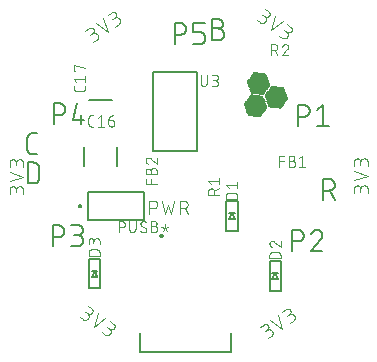
<source format=gbr>
G04 EAGLE Gerber RS-274X export*
G75*
%MOMM*%
%FSLAX34Y34*%
%LPD*%
%INSilkscreen Top*%
%IPPOS*%
%AMOC8*
5,1,8,0,0,1.08239X$1,22.5*%
G01*
%ADD10C,0.101600*%
%ADD11C,0.152400*%
%ADD12R,0.014731X0.014731*%
%ADD13R,0.147319X0.014731*%
%ADD14R,0.265175X0.014731*%
%ADD15R,0.383031X0.014731*%
%ADD16R,0.515619X0.014731*%
%ADD17R,0.633475X0.014731*%
%ADD18R,0.751331X0.014731*%
%ADD19R,0.883919X0.014731*%
%ADD20R,1.001775X0.014731*%
%ADD21R,1.119631X0.014731*%
%ADD22R,1.134363X0.014731*%
%ADD23R,1.149094X0.014731*%
%ADD24R,1.163825X0.014731*%
%ADD25R,1.178556X0.014731*%
%ADD26R,1.193288X0.014731*%
%ADD27R,1.222756X0.014731*%
%ADD28R,1.237488X0.014731*%
%ADD29R,1.266950X0.014731*%
%ADD30R,1.281681X0.014731*%
%ADD31R,1.311144X0.014731*%
%ADD32R,1.325881X0.014731*%
%ADD33R,1.355344X0.014731*%
%ADD34R,1.370075X0.014731*%
%ADD35R,1.384806X0.014731*%
%ADD36R,1.399538X0.014731*%
%ADD37R,1.414275X0.014731*%
%ADD38R,1.443738X0.014731*%
%ADD39R,1.458469X0.014731*%
%ADD40R,1.487931X0.014731*%
%ADD41R,1.502663X0.014731*%
%ADD42R,1.517394X0.014731*%
%ADD43R,1.532125X0.014731*%
%ADD44R,1.546856X0.014731*%
%ADD45R,1.576319X0.014731*%
%ADD46R,1.605788X0.014731*%
%ADD47R,1.620519X0.014731*%
%ADD48R,1.649981X0.014731*%
%ADD49R,1.664713X0.014731*%
%ADD50R,1.694175X0.014731*%
%ADD51R,1.708913X0.014731*%
%ADD52R,1.738375X0.014731*%
%ADD53R,1.753106X0.014731*%
%ADD54R,1.767838X0.014731*%
%ADD55R,1.782569X0.014731*%
%ADD56R,1.797306X0.014731*%
%ADD57R,0.117856X0.014731*%
%ADD58R,1.826769X0.014731*%
%ADD59R,0.235713X0.014731*%
%ADD60R,0.353569X0.014731*%
%ADD61R,1.856231X0.014731*%
%ADD62R,0.486156X0.014731*%
%ADD63R,1.870963X0.014731*%
%ADD64R,0.604013X0.014731*%
%ADD65R,0.721869X0.014731*%
%ADD66R,1.885694X0.014731*%
%ADD67R,0.839719X0.014731*%
%ADD68R,0.972306X0.014731*%
%ADD69R,1.090169X0.014731*%
%ADD70R,1.208025X0.014731*%
%ADD71R,1.252219X0.014731*%
%ADD72R,1.296412X0.014731*%
%ADD73R,1.340612X0.014731*%
%ADD74R,1.826763X0.014731*%
%ADD75R,1.414269X0.014731*%
%ADD76R,1.812031X0.014731*%
%ADD77R,1.429000X0.014731*%
%ADD78R,1.458462X0.014731*%
%ADD79R,1.473200X0.014731*%
%ADD80R,1.723644X0.014731*%
%ADD81R,1.694181X0.014731*%
%ADD82R,1.679450X0.014731*%
%ADD83R,1.561594X0.014731*%
%ADD84R,1.576325X0.014731*%
%ADD85R,1.591056X0.014731*%
%ADD86R,1.635250X0.014731*%
%ADD87R,1.561588X0.014731*%
%ADD88R,1.443731X0.014731*%
%ADD89R,1.797300X0.014731*%
%ADD90R,1.841500X0.014731*%
%ADD91R,1.311150X0.014731*%
%ADD92R,1.296419X0.014731*%
%ADD93R,1.193294X0.014731*%
%ADD94R,0.957575X0.014731*%
%ADD95R,0.589281X0.014731*%
%ADD96R,0.471425X0.014731*%
%ADD97R,0.220975X0.014731*%
%ADD98R,1.812038X0.014731*%
%ADD99R,0.103119X0.014731*%
%ADD100R,0.029463X0.014731*%
%ADD101R,0.162050X0.014731*%
%ADD102R,0.397763X0.014731*%
%ADD103R,0.648206X0.014731*%
%ADD104R,1.679444X0.014731*%
%ADD105R,1.016506X0.014731*%
%ADD106R,1.104900X0.014731*%
%ADD107R,1.222750X0.014731*%
%ADD108R,1.429006X0.014731*%
%ADD109R,1.208019X0.014731*%
%ADD110R,0.987044X0.014731*%
%ADD111R,0.854456X0.014731*%
%ADD112R,0.618744X0.014731*%
%ADD113R,0.500888X0.014731*%
%ADD114R,0.368300X0.014731*%
%ADD115R,0.132587X0.014731*%
%ADD116R,1.664719X0.014731*%
%ADD117R,1.075438X0.014731*%
%ADD118R,0.942844X0.014731*%
%ADD119R,0.707131X0.014731*%
%ADD120R,0.456694X0.014731*%
%ADD121R,0.088388X0.014731*%
%ADD122C,0.127000*%
%ADD123C,0.076200*%
%ADD124C,0.200000*%
%ADD125C,0.150000*%


D10*
X403047Y478072D02*
X405705Y476210D01*
X405799Y476147D01*
X405895Y476087D01*
X405993Y476030D01*
X406093Y475977D01*
X406195Y475927D01*
X406299Y475881D01*
X406404Y475839D01*
X406510Y475800D01*
X406618Y475765D01*
X406727Y475734D01*
X406837Y475706D01*
X406948Y475683D01*
X407059Y475663D01*
X407171Y475647D01*
X407284Y475635D01*
X407397Y475627D01*
X407510Y475623D01*
X407624Y475623D01*
X407737Y475627D01*
X407850Y475635D01*
X407963Y475647D01*
X408075Y475663D01*
X408186Y475683D01*
X408297Y475706D01*
X408407Y475734D01*
X408516Y475765D01*
X408624Y475800D01*
X408730Y475839D01*
X408835Y475881D01*
X408939Y475927D01*
X409041Y475977D01*
X409141Y476030D01*
X409239Y476087D01*
X409335Y476147D01*
X409429Y476210D01*
X409520Y476277D01*
X409610Y476346D01*
X409697Y476419D01*
X409781Y476495D01*
X409862Y476574D01*
X409941Y476655D01*
X410017Y476739D01*
X410090Y476826D01*
X410159Y476916D01*
X410226Y477007D01*
X410289Y477101D01*
X410349Y477197D01*
X410406Y477295D01*
X410459Y477395D01*
X410509Y477497D01*
X410555Y477601D01*
X410597Y477706D01*
X410636Y477812D01*
X410671Y477920D01*
X410702Y478029D01*
X410730Y478139D01*
X410753Y478250D01*
X410773Y478361D01*
X410789Y478473D01*
X410801Y478586D01*
X410809Y478699D01*
X410813Y478812D01*
X410813Y478926D01*
X410809Y479039D01*
X410801Y479152D01*
X410789Y479265D01*
X410773Y479377D01*
X410753Y479488D01*
X410730Y479599D01*
X410702Y479709D01*
X410671Y479818D01*
X410636Y479926D01*
X410597Y480032D01*
X410555Y480137D01*
X410509Y480241D01*
X410459Y480343D01*
X410406Y480443D01*
X410349Y480541D01*
X410289Y480637D01*
X410226Y480731D01*
X410159Y480822D01*
X410090Y480912D01*
X410017Y480999D01*
X409941Y481083D01*
X409862Y481164D01*
X409781Y481243D01*
X409697Y481319D01*
X409610Y481392D01*
X409521Y481461D01*
X409429Y481528D01*
X412939Y485409D02*
X409748Y487643D01*
X412938Y485409D02*
X413019Y485349D01*
X413098Y485287D01*
X413175Y485221D01*
X413249Y485153D01*
X413320Y485082D01*
X413388Y485008D01*
X413454Y484931D01*
X413516Y484852D01*
X413576Y484771D01*
X413632Y484687D01*
X413685Y484602D01*
X413734Y484514D01*
X413780Y484425D01*
X413823Y484333D01*
X413862Y484240D01*
X413897Y484146D01*
X413929Y484051D01*
X413957Y483954D01*
X413981Y483856D01*
X414001Y483758D01*
X414018Y483658D01*
X414030Y483558D01*
X414039Y483458D01*
X414044Y483358D01*
X414045Y483257D01*
X414042Y483156D01*
X414035Y483056D01*
X414024Y482956D01*
X414010Y482856D01*
X413991Y482757D01*
X413969Y482659D01*
X413943Y482562D01*
X413913Y482465D01*
X413880Y482371D01*
X413843Y482277D01*
X413802Y482185D01*
X413757Y482094D01*
X413710Y482006D01*
X413658Y481919D01*
X413604Y481835D01*
X413546Y481752D01*
X413485Y481672D01*
X413421Y481594D01*
X413354Y481519D01*
X413285Y481446D01*
X413212Y481377D01*
X413137Y481310D01*
X413059Y481246D01*
X412979Y481185D01*
X412896Y481127D01*
X412812Y481073D01*
X412725Y481021D01*
X412637Y480974D01*
X412546Y480929D01*
X412454Y480888D01*
X412360Y480851D01*
X412266Y480818D01*
X412169Y480788D01*
X412072Y480762D01*
X411974Y480740D01*
X411875Y480721D01*
X411775Y480707D01*
X411675Y480696D01*
X411575Y480689D01*
X411474Y480686D01*
X411373Y480687D01*
X411273Y480692D01*
X411173Y480701D01*
X411073Y480713D01*
X410973Y480730D01*
X410875Y480750D01*
X410777Y480774D01*
X410680Y480802D01*
X410585Y480834D01*
X410491Y480869D01*
X410398Y480908D01*
X410306Y480951D01*
X410217Y480997D01*
X410129Y481046D01*
X410044Y481099D01*
X409960Y481155D01*
X407833Y482645D01*
X418579Y481459D02*
X415068Y469654D01*
X424960Y476992D01*
X421772Y464960D02*
X424431Y463098D01*
X424525Y463035D01*
X424621Y462975D01*
X424719Y462918D01*
X424819Y462865D01*
X424921Y462815D01*
X425025Y462769D01*
X425130Y462727D01*
X425236Y462688D01*
X425344Y462653D01*
X425453Y462622D01*
X425563Y462594D01*
X425674Y462571D01*
X425785Y462551D01*
X425897Y462535D01*
X426010Y462523D01*
X426123Y462515D01*
X426236Y462511D01*
X426350Y462511D01*
X426463Y462515D01*
X426576Y462523D01*
X426689Y462535D01*
X426801Y462551D01*
X426912Y462571D01*
X427023Y462594D01*
X427133Y462622D01*
X427242Y462653D01*
X427350Y462688D01*
X427456Y462727D01*
X427561Y462769D01*
X427665Y462815D01*
X427767Y462865D01*
X427867Y462918D01*
X427965Y462975D01*
X428061Y463035D01*
X428155Y463098D01*
X428246Y463165D01*
X428336Y463234D01*
X428423Y463307D01*
X428507Y463383D01*
X428588Y463462D01*
X428667Y463543D01*
X428743Y463627D01*
X428816Y463714D01*
X428885Y463804D01*
X428952Y463895D01*
X429015Y463989D01*
X429075Y464085D01*
X429132Y464183D01*
X429185Y464283D01*
X429235Y464385D01*
X429281Y464489D01*
X429323Y464594D01*
X429362Y464700D01*
X429397Y464808D01*
X429428Y464917D01*
X429456Y465027D01*
X429479Y465138D01*
X429499Y465249D01*
X429515Y465361D01*
X429527Y465474D01*
X429535Y465587D01*
X429539Y465700D01*
X429539Y465814D01*
X429535Y465927D01*
X429527Y466040D01*
X429515Y466153D01*
X429499Y466265D01*
X429479Y466376D01*
X429456Y466487D01*
X429428Y466597D01*
X429397Y466706D01*
X429362Y466814D01*
X429323Y466920D01*
X429281Y467025D01*
X429235Y467129D01*
X429185Y467231D01*
X429132Y467331D01*
X429075Y467429D01*
X429015Y467525D01*
X428952Y467619D01*
X428885Y467710D01*
X428816Y467800D01*
X428743Y467887D01*
X428667Y467971D01*
X428588Y468052D01*
X428507Y468131D01*
X428423Y468207D01*
X428336Y468280D01*
X428247Y468349D01*
X428155Y468416D01*
X431664Y472297D02*
X428474Y474531D01*
X431664Y472297D02*
X431745Y472237D01*
X431824Y472175D01*
X431901Y472109D01*
X431975Y472041D01*
X432046Y471970D01*
X432114Y471896D01*
X432180Y471819D01*
X432242Y471740D01*
X432302Y471659D01*
X432358Y471575D01*
X432411Y471490D01*
X432460Y471402D01*
X432506Y471313D01*
X432549Y471221D01*
X432588Y471128D01*
X432623Y471034D01*
X432655Y470939D01*
X432683Y470842D01*
X432707Y470744D01*
X432727Y470646D01*
X432744Y470546D01*
X432756Y470446D01*
X432765Y470346D01*
X432770Y470246D01*
X432771Y470145D01*
X432768Y470044D01*
X432761Y469944D01*
X432750Y469844D01*
X432736Y469744D01*
X432717Y469645D01*
X432695Y469547D01*
X432669Y469450D01*
X432639Y469353D01*
X432606Y469259D01*
X432569Y469165D01*
X432528Y469073D01*
X432483Y468982D01*
X432436Y468894D01*
X432384Y468807D01*
X432330Y468723D01*
X432272Y468640D01*
X432211Y468560D01*
X432147Y468482D01*
X432080Y468407D01*
X432011Y468334D01*
X431938Y468265D01*
X431863Y468198D01*
X431785Y468134D01*
X431705Y468073D01*
X431622Y468015D01*
X431538Y467961D01*
X431451Y467909D01*
X431363Y467862D01*
X431272Y467817D01*
X431180Y467776D01*
X431086Y467739D01*
X430992Y467706D01*
X430895Y467676D01*
X430798Y467650D01*
X430700Y467628D01*
X430601Y467609D01*
X430501Y467595D01*
X430401Y467584D01*
X430301Y467577D01*
X430200Y467574D01*
X430099Y467575D01*
X429999Y467580D01*
X429899Y467589D01*
X429799Y467601D01*
X429699Y467618D01*
X429601Y467638D01*
X429503Y467662D01*
X429406Y467690D01*
X429311Y467722D01*
X429217Y467757D01*
X429124Y467796D01*
X429032Y467839D01*
X428943Y467885D01*
X428855Y467934D01*
X428770Y467987D01*
X428686Y468043D01*
X426559Y469533D01*
X497242Y334770D02*
X497242Y331524D01*
X497242Y334770D02*
X497240Y334883D01*
X497234Y334996D01*
X497224Y335109D01*
X497210Y335222D01*
X497193Y335334D01*
X497171Y335445D01*
X497146Y335555D01*
X497116Y335665D01*
X497083Y335773D01*
X497046Y335880D01*
X497006Y335986D01*
X496961Y336090D01*
X496913Y336193D01*
X496862Y336294D01*
X496807Y336393D01*
X496749Y336490D01*
X496687Y336585D01*
X496622Y336678D01*
X496554Y336768D01*
X496483Y336856D01*
X496408Y336942D01*
X496331Y337025D01*
X496251Y337105D01*
X496168Y337182D01*
X496082Y337257D01*
X495994Y337328D01*
X495904Y337396D01*
X495811Y337461D01*
X495716Y337523D01*
X495619Y337581D01*
X495520Y337636D01*
X495419Y337687D01*
X495316Y337735D01*
X495212Y337780D01*
X495106Y337820D01*
X494999Y337857D01*
X494891Y337890D01*
X494781Y337920D01*
X494671Y337945D01*
X494560Y337967D01*
X494448Y337984D01*
X494335Y337998D01*
X494222Y338008D01*
X494109Y338014D01*
X493996Y338016D01*
X493883Y338014D01*
X493770Y338008D01*
X493657Y337998D01*
X493544Y337984D01*
X493432Y337967D01*
X493321Y337945D01*
X493211Y337920D01*
X493101Y337890D01*
X492993Y337857D01*
X492886Y337820D01*
X492780Y337780D01*
X492676Y337735D01*
X492573Y337687D01*
X492472Y337636D01*
X492373Y337581D01*
X492276Y337523D01*
X492181Y337461D01*
X492088Y337396D01*
X491998Y337328D01*
X491910Y337257D01*
X491824Y337182D01*
X491741Y337105D01*
X491661Y337025D01*
X491584Y336942D01*
X491509Y336856D01*
X491438Y336768D01*
X491370Y336678D01*
X491305Y336585D01*
X491243Y336490D01*
X491185Y336393D01*
X491130Y336294D01*
X491079Y336193D01*
X491031Y336090D01*
X490986Y335986D01*
X490946Y335880D01*
X490909Y335773D01*
X490876Y335665D01*
X490846Y335555D01*
X490821Y335445D01*
X490799Y335334D01*
X490782Y335222D01*
X490768Y335109D01*
X490758Y334996D01*
X490752Y334883D01*
X490750Y334770D01*
X485558Y335419D02*
X485558Y331524D01*
X485558Y335419D02*
X485560Y335520D01*
X485566Y335620D01*
X485576Y335720D01*
X485589Y335820D01*
X485607Y335919D01*
X485628Y336018D01*
X485653Y336115D01*
X485682Y336212D01*
X485715Y336307D01*
X485751Y336401D01*
X485791Y336493D01*
X485834Y336584D01*
X485881Y336673D01*
X485931Y336760D01*
X485985Y336846D01*
X486042Y336929D01*
X486102Y337009D01*
X486165Y337088D01*
X486232Y337164D01*
X486301Y337237D01*
X486373Y337307D01*
X486447Y337375D01*
X486524Y337440D01*
X486604Y337501D01*
X486686Y337560D01*
X486770Y337615D01*
X486856Y337667D01*
X486944Y337716D01*
X487034Y337761D01*
X487126Y337803D01*
X487219Y337841D01*
X487314Y337875D01*
X487409Y337906D01*
X487506Y337933D01*
X487604Y337956D01*
X487703Y337976D01*
X487803Y337991D01*
X487903Y338003D01*
X488003Y338011D01*
X488104Y338015D01*
X488204Y338015D01*
X488305Y338011D01*
X488405Y338003D01*
X488505Y337991D01*
X488605Y337976D01*
X488704Y337956D01*
X488802Y337933D01*
X488899Y337906D01*
X488994Y337875D01*
X489089Y337841D01*
X489182Y337803D01*
X489274Y337761D01*
X489364Y337716D01*
X489452Y337667D01*
X489538Y337615D01*
X489622Y337560D01*
X489704Y337501D01*
X489784Y337440D01*
X489861Y337375D01*
X489935Y337307D01*
X490007Y337237D01*
X490076Y337164D01*
X490143Y337088D01*
X490206Y337009D01*
X490266Y336929D01*
X490323Y336846D01*
X490377Y336760D01*
X490427Y336673D01*
X490474Y336584D01*
X490517Y336493D01*
X490557Y336401D01*
X490593Y336307D01*
X490626Y336212D01*
X490655Y336115D01*
X490680Y336018D01*
X490701Y335919D01*
X490719Y335820D01*
X490732Y335720D01*
X490742Y335620D01*
X490748Y335520D01*
X490750Y335419D01*
X490751Y335419D02*
X490751Y332823D01*
X485558Y342305D02*
X497242Y346200D01*
X485558Y350095D01*
X497242Y354384D02*
X497242Y357630D01*
X497240Y357743D01*
X497234Y357856D01*
X497224Y357969D01*
X497210Y358082D01*
X497193Y358194D01*
X497171Y358305D01*
X497146Y358415D01*
X497116Y358525D01*
X497083Y358633D01*
X497046Y358740D01*
X497006Y358846D01*
X496961Y358950D01*
X496913Y359053D01*
X496862Y359154D01*
X496807Y359253D01*
X496749Y359350D01*
X496687Y359445D01*
X496622Y359538D01*
X496554Y359628D01*
X496483Y359716D01*
X496408Y359802D01*
X496331Y359885D01*
X496251Y359965D01*
X496168Y360042D01*
X496082Y360117D01*
X495994Y360188D01*
X495904Y360256D01*
X495811Y360321D01*
X495716Y360383D01*
X495619Y360441D01*
X495520Y360496D01*
X495419Y360547D01*
X495316Y360595D01*
X495212Y360640D01*
X495106Y360680D01*
X494999Y360717D01*
X494891Y360750D01*
X494781Y360780D01*
X494671Y360805D01*
X494560Y360827D01*
X494448Y360844D01*
X494335Y360858D01*
X494222Y360868D01*
X494109Y360874D01*
X493996Y360876D01*
X493883Y360874D01*
X493770Y360868D01*
X493657Y360858D01*
X493544Y360844D01*
X493432Y360827D01*
X493321Y360805D01*
X493211Y360780D01*
X493101Y360750D01*
X492993Y360717D01*
X492886Y360680D01*
X492780Y360640D01*
X492676Y360595D01*
X492573Y360547D01*
X492472Y360496D01*
X492373Y360441D01*
X492276Y360383D01*
X492181Y360321D01*
X492088Y360256D01*
X491998Y360188D01*
X491910Y360117D01*
X491824Y360042D01*
X491741Y359965D01*
X491661Y359885D01*
X491584Y359802D01*
X491509Y359716D01*
X491438Y359628D01*
X491370Y359538D01*
X491305Y359445D01*
X491243Y359350D01*
X491185Y359253D01*
X491130Y359154D01*
X491079Y359053D01*
X491031Y358950D01*
X490986Y358846D01*
X490946Y358740D01*
X490909Y358633D01*
X490876Y358525D01*
X490846Y358415D01*
X490821Y358305D01*
X490799Y358194D01*
X490782Y358082D01*
X490768Y357969D01*
X490758Y357856D01*
X490752Y357743D01*
X490750Y357630D01*
X485558Y358279D02*
X485558Y354384D01*
X485558Y358279D02*
X485560Y358380D01*
X485566Y358480D01*
X485576Y358580D01*
X485589Y358680D01*
X485607Y358779D01*
X485628Y358878D01*
X485653Y358975D01*
X485682Y359072D01*
X485715Y359167D01*
X485751Y359261D01*
X485791Y359353D01*
X485834Y359444D01*
X485881Y359533D01*
X485931Y359620D01*
X485985Y359706D01*
X486042Y359789D01*
X486102Y359869D01*
X486165Y359948D01*
X486232Y360024D01*
X486301Y360097D01*
X486373Y360167D01*
X486447Y360235D01*
X486524Y360300D01*
X486604Y360361D01*
X486686Y360420D01*
X486770Y360475D01*
X486856Y360527D01*
X486944Y360576D01*
X487034Y360621D01*
X487126Y360663D01*
X487219Y360701D01*
X487314Y360735D01*
X487409Y360766D01*
X487506Y360793D01*
X487604Y360816D01*
X487703Y360836D01*
X487803Y360851D01*
X487903Y360863D01*
X488003Y360871D01*
X488104Y360875D01*
X488204Y360875D01*
X488305Y360871D01*
X488405Y360863D01*
X488505Y360851D01*
X488605Y360836D01*
X488704Y360816D01*
X488802Y360793D01*
X488899Y360766D01*
X488994Y360735D01*
X489089Y360701D01*
X489182Y360663D01*
X489274Y360621D01*
X489364Y360576D01*
X489452Y360527D01*
X489538Y360475D01*
X489622Y360420D01*
X489704Y360361D01*
X489784Y360300D01*
X489861Y360235D01*
X489935Y360167D01*
X490007Y360097D01*
X490076Y360024D01*
X490143Y359948D01*
X490206Y359869D01*
X490266Y359789D01*
X490323Y359706D01*
X490377Y359620D01*
X490427Y359533D01*
X490474Y359444D01*
X490517Y359353D01*
X490557Y359261D01*
X490593Y359167D01*
X490626Y359072D01*
X490655Y358975D01*
X490680Y358878D01*
X490701Y358779D01*
X490719Y358680D01*
X490732Y358580D01*
X490742Y358480D01*
X490748Y358380D01*
X490750Y358279D01*
X490751Y358279D02*
X490751Y355683D01*
X415201Y210302D02*
X412542Y208440D01*
X415201Y210301D02*
X415292Y210368D01*
X415382Y210437D01*
X415469Y210510D01*
X415553Y210586D01*
X415634Y210665D01*
X415713Y210746D01*
X415789Y210830D01*
X415862Y210917D01*
X415931Y211007D01*
X415998Y211098D01*
X416061Y211192D01*
X416121Y211288D01*
X416178Y211386D01*
X416231Y211486D01*
X416281Y211588D01*
X416327Y211692D01*
X416369Y211797D01*
X416408Y211903D01*
X416443Y212011D01*
X416474Y212120D01*
X416502Y212230D01*
X416525Y212341D01*
X416545Y212452D01*
X416561Y212564D01*
X416573Y212677D01*
X416581Y212790D01*
X416585Y212903D01*
X416585Y213017D01*
X416581Y213130D01*
X416573Y213243D01*
X416561Y213356D01*
X416545Y213468D01*
X416525Y213579D01*
X416502Y213690D01*
X416474Y213800D01*
X416443Y213909D01*
X416408Y214017D01*
X416369Y214123D01*
X416327Y214228D01*
X416281Y214332D01*
X416231Y214434D01*
X416178Y214534D01*
X416121Y214632D01*
X416061Y214728D01*
X415998Y214822D01*
X415931Y214913D01*
X415862Y215003D01*
X415789Y215090D01*
X415713Y215174D01*
X415634Y215255D01*
X415553Y215334D01*
X415469Y215410D01*
X415382Y215483D01*
X415293Y215552D01*
X415201Y215619D01*
X415107Y215682D01*
X415011Y215742D01*
X414913Y215799D01*
X414813Y215852D01*
X414711Y215902D01*
X414607Y215948D01*
X414502Y215990D01*
X414396Y216029D01*
X414288Y216064D01*
X414179Y216095D01*
X414069Y216123D01*
X413958Y216146D01*
X413847Y216166D01*
X413735Y216182D01*
X413622Y216194D01*
X413509Y216202D01*
X413396Y216206D01*
X413282Y216206D01*
X413169Y216202D01*
X413056Y216194D01*
X412943Y216182D01*
X412831Y216166D01*
X412720Y216146D01*
X412609Y216123D01*
X412499Y216095D01*
X412390Y216064D01*
X412282Y216029D01*
X412176Y215990D01*
X412071Y215948D01*
X411967Y215902D01*
X411865Y215852D01*
X411765Y215799D01*
X411667Y215742D01*
X411571Y215682D01*
X411477Y215619D01*
X409031Y220245D02*
X405841Y218011D01*
X409031Y220245D02*
X409115Y220301D01*
X409200Y220354D01*
X409288Y220403D01*
X409377Y220449D01*
X409469Y220492D01*
X409562Y220531D01*
X409656Y220566D01*
X409751Y220598D01*
X409848Y220626D01*
X409946Y220650D01*
X410044Y220670D01*
X410144Y220687D01*
X410244Y220699D01*
X410344Y220708D01*
X410445Y220713D01*
X410545Y220714D01*
X410646Y220711D01*
X410746Y220704D01*
X410846Y220693D01*
X410946Y220679D01*
X411045Y220660D01*
X411143Y220638D01*
X411240Y220612D01*
X411337Y220582D01*
X411432Y220549D01*
X411525Y220512D01*
X411617Y220471D01*
X411708Y220426D01*
X411796Y220379D01*
X411883Y220327D01*
X411967Y220273D01*
X412050Y220215D01*
X412130Y220154D01*
X412208Y220090D01*
X412283Y220023D01*
X412356Y219954D01*
X412425Y219881D01*
X412492Y219806D01*
X412556Y219728D01*
X412617Y219648D01*
X412675Y219565D01*
X412729Y219481D01*
X412781Y219394D01*
X412828Y219306D01*
X412873Y219215D01*
X412914Y219123D01*
X412951Y219029D01*
X412984Y218935D01*
X413014Y218838D01*
X413040Y218741D01*
X413062Y218643D01*
X413081Y218544D01*
X413095Y218444D01*
X413106Y218344D01*
X413113Y218244D01*
X413116Y218143D01*
X413115Y218043D01*
X413110Y217942D01*
X413101Y217842D01*
X413089Y217742D01*
X413072Y217642D01*
X413052Y217544D01*
X413028Y217446D01*
X413000Y217349D01*
X412968Y217254D01*
X412933Y217160D01*
X412894Y217067D01*
X412851Y216975D01*
X412805Y216886D01*
X412756Y216798D01*
X412703Y216713D01*
X412647Y216629D01*
X412587Y216548D01*
X412525Y216469D01*
X412459Y216392D01*
X412391Y216318D01*
X412320Y216247D01*
X412246Y216179D01*
X412169Y216113D01*
X412090Y216051D01*
X412009Y215991D01*
X409883Y214502D01*
X414672Y224195D02*
X424564Y216857D01*
X421052Y228662D01*
X431268Y221552D02*
X433927Y223413D01*
X434018Y223480D01*
X434108Y223549D01*
X434195Y223622D01*
X434279Y223698D01*
X434360Y223777D01*
X434439Y223858D01*
X434515Y223942D01*
X434588Y224029D01*
X434657Y224119D01*
X434724Y224210D01*
X434787Y224304D01*
X434847Y224400D01*
X434904Y224498D01*
X434957Y224598D01*
X435007Y224700D01*
X435053Y224804D01*
X435095Y224909D01*
X435134Y225015D01*
X435169Y225123D01*
X435200Y225232D01*
X435228Y225342D01*
X435251Y225453D01*
X435271Y225564D01*
X435287Y225676D01*
X435299Y225789D01*
X435307Y225902D01*
X435311Y226015D01*
X435311Y226129D01*
X435307Y226242D01*
X435299Y226355D01*
X435287Y226468D01*
X435271Y226580D01*
X435251Y226691D01*
X435228Y226802D01*
X435200Y226912D01*
X435169Y227021D01*
X435134Y227129D01*
X435095Y227235D01*
X435053Y227340D01*
X435007Y227444D01*
X434957Y227546D01*
X434904Y227646D01*
X434847Y227744D01*
X434787Y227840D01*
X434724Y227934D01*
X434657Y228025D01*
X434588Y228115D01*
X434515Y228202D01*
X434439Y228286D01*
X434360Y228367D01*
X434279Y228446D01*
X434195Y228522D01*
X434108Y228595D01*
X434019Y228664D01*
X433927Y228731D01*
X433833Y228794D01*
X433737Y228854D01*
X433639Y228911D01*
X433539Y228964D01*
X433437Y229014D01*
X433333Y229060D01*
X433228Y229102D01*
X433122Y229141D01*
X433014Y229176D01*
X432905Y229207D01*
X432795Y229235D01*
X432684Y229258D01*
X432573Y229278D01*
X432461Y229294D01*
X432348Y229306D01*
X432235Y229314D01*
X432122Y229318D01*
X432008Y229318D01*
X431895Y229314D01*
X431782Y229306D01*
X431669Y229294D01*
X431557Y229278D01*
X431446Y229258D01*
X431335Y229235D01*
X431225Y229207D01*
X431116Y229176D01*
X431008Y229141D01*
X430902Y229102D01*
X430797Y229060D01*
X430693Y229014D01*
X430591Y228964D01*
X430491Y228911D01*
X430393Y228854D01*
X430297Y228794D01*
X430203Y228731D01*
X427757Y233357D02*
X424566Y231123D01*
X427757Y233357D02*
X427841Y233413D01*
X427926Y233466D01*
X428014Y233515D01*
X428103Y233561D01*
X428195Y233604D01*
X428288Y233643D01*
X428382Y233678D01*
X428477Y233710D01*
X428574Y233738D01*
X428672Y233762D01*
X428770Y233782D01*
X428870Y233799D01*
X428970Y233811D01*
X429070Y233820D01*
X429171Y233825D01*
X429271Y233826D01*
X429372Y233823D01*
X429472Y233816D01*
X429572Y233805D01*
X429672Y233791D01*
X429771Y233772D01*
X429869Y233750D01*
X429966Y233724D01*
X430063Y233694D01*
X430158Y233661D01*
X430251Y233624D01*
X430343Y233583D01*
X430434Y233538D01*
X430522Y233491D01*
X430609Y233439D01*
X430693Y233385D01*
X430776Y233327D01*
X430856Y233266D01*
X430934Y233202D01*
X431009Y233135D01*
X431082Y233066D01*
X431151Y232993D01*
X431218Y232918D01*
X431282Y232840D01*
X431343Y232760D01*
X431401Y232677D01*
X431455Y232593D01*
X431507Y232506D01*
X431554Y232418D01*
X431599Y232327D01*
X431640Y232235D01*
X431677Y232141D01*
X431710Y232047D01*
X431740Y231950D01*
X431766Y231853D01*
X431788Y231755D01*
X431807Y231656D01*
X431821Y231556D01*
X431832Y231456D01*
X431839Y231356D01*
X431842Y231255D01*
X431841Y231155D01*
X431836Y231054D01*
X431827Y230954D01*
X431815Y230854D01*
X431798Y230754D01*
X431778Y230656D01*
X431754Y230558D01*
X431726Y230461D01*
X431694Y230366D01*
X431659Y230272D01*
X431620Y230179D01*
X431577Y230087D01*
X431531Y229998D01*
X431482Y229910D01*
X431429Y229825D01*
X431373Y229741D01*
X431313Y229660D01*
X431251Y229581D01*
X431185Y229504D01*
X431117Y229430D01*
X431046Y229359D01*
X430972Y229291D01*
X430895Y229225D01*
X430816Y229163D01*
X430735Y229103D01*
X428608Y227614D01*
X255806Y224810D02*
X253148Y226672D01*
X255806Y224810D02*
X255900Y224747D01*
X255996Y224687D01*
X256094Y224630D01*
X256194Y224577D01*
X256296Y224527D01*
X256400Y224481D01*
X256505Y224439D01*
X256611Y224400D01*
X256719Y224365D01*
X256828Y224334D01*
X256938Y224306D01*
X257049Y224283D01*
X257160Y224263D01*
X257272Y224247D01*
X257385Y224235D01*
X257498Y224227D01*
X257611Y224223D01*
X257725Y224223D01*
X257838Y224227D01*
X257951Y224235D01*
X258064Y224247D01*
X258176Y224263D01*
X258287Y224283D01*
X258398Y224306D01*
X258508Y224334D01*
X258617Y224365D01*
X258725Y224400D01*
X258831Y224439D01*
X258936Y224481D01*
X259040Y224527D01*
X259142Y224577D01*
X259242Y224630D01*
X259340Y224687D01*
X259436Y224747D01*
X259530Y224810D01*
X259621Y224877D01*
X259711Y224946D01*
X259798Y225019D01*
X259882Y225095D01*
X259963Y225174D01*
X260042Y225255D01*
X260118Y225339D01*
X260191Y225426D01*
X260260Y225516D01*
X260327Y225607D01*
X260390Y225701D01*
X260450Y225797D01*
X260507Y225895D01*
X260560Y225995D01*
X260610Y226097D01*
X260656Y226201D01*
X260698Y226306D01*
X260737Y226412D01*
X260772Y226520D01*
X260803Y226629D01*
X260831Y226739D01*
X260854Y226850D01*
X260874Y226961D01*
X260890Y227073D01*
X260902Y227186D01*
X260910Y227299D01*
X260914Y227412D01*
X260914Y227526D01*
X260910Y227639D01*
X260902Y227752D01*
X260890Y227865D01*
X260874Y227977D01*
X260854Y228088D01*
X260831Y228199D01*
X260803Y228309D01*
X260772Y228418D01*
X260737Y228526D01*
X260698Y228632D01*
X260656Y228737D01*
X260610Y228841D01*
X260560Y228943D01*
X260507Y229043D01*
X260450Y229141D01*
X260390Y229237D01*
X260327Y229331D01*
X260260Y229422D01*
X260191Y229512D01*
X260118Y229599D01*
X260042Y229683D01*
X259963Y229764D01*
X259882Y229843D01*
X259798Y229919D01*
X259711Y229992D01*
X259622Y230061D01*
X259530Y230128D01*
X263040Y234009D02*
X259849Y236243D01*
X263039Y234009D02*
X263120Y233949D01*
X263199Y233887D01*
X263276Y233821D01*
X263350Y233753D01*
X263421Y233682D01*
X263489Y233608D01*
X263555Y233531D01*
X263617Y233452D01*
X263677Y233371D01*
X263733Y233287D01*
X263786Y233202D01*
X263835Y233114D01*
X263881Y233025D01*
X263924Y232933D01*
X263963Y232840D01*
X263998Y232746D01*
X264030Y232651D01*
X264058Y232554D01*
X264082Y232456D01*
X264102Y232358D01*
X264119Y232258D01*
X264131Y232158D01*
X264140Y232058D01*
X264145Y231958D01*
X264146Y231857D01*
X264143Y231756D01*
X264136Y231656D01*
X264125Y231556D01*
X264111Y231456D01*
X264092Y231357D01*
X264070Y231259D01*
X264044Y231162D01*
X264014Y231065D01*
X263981Y230971D01*
X263944Y230877D01*
X263903Y230785D01*
X263858Y230694D01*
X263811Y230606D01*
X263759Y230519D01*
X263705Y230435D01*
X263647Y230352D01*
X263586Y230272D01*
X263522Y230194D01*
X263455Y230119D01*
X263386Y230046D01*
X263313Y229977D01*
X263238Y229910D01*
X263160Y229846D01*
X263080Y229785D01*
X262997Y229727D01*
X262913Y229673D01*
X262826Y229621D01*
X262738Y229574D01*
X262647Y229529D01*
X262555Y229488D01*
X262461Y229451D01*
X262367Y229418D01*
X262270Y229388D01*
X262173Y229362D01*
X262075Y229340D01*
X261976Y229321D01*
X261876Y229307D01*
X261776Y229296D01*
X261676Y229289D01*
X261575Y229286D01*
X261474Y229287D01*
X261374Y229292D01*
X261274Y229301D01*
X261174Y229313D01*
X261074Y229330D01*
X260976Y229350D01*
X260878Y229374D01*
X260781Y229402D01*
X260686Y229434D01*
X260592Y229469D01*
X260499Y229508D01*
X260407Y229551D01*
X260318Y229597D01*
X260230Y229646D01*
X260145Y229699D01*
X260061Y229755D01*
X257934Y231245D01*
X268680Y230059D02*
X265169Y218254D01*
X275061Y225592D01*
X271873Y213560D02*
X274532Y211698D01*
X274626Y211635D01*
X274722Y211575D01*
X274820Y211518D01*
X274920Y211465D01*
X275022Y211415D01*
X275126Y211369D01*
X275231Y211327D01*
X275337Y211288D01*
X275445Y211253D01*
X275554Y211222D01*
X275664Y211194D01*
X275775Y211171D01*
X275886Y211151D01*
X275998Y211135D01*
X276111Y211123D01*
X276224Y211115D01*
X276337Y211111D01*
X276451Y211111D01*
X276564Y211115D01*
X276677Y211123D01*
X276790Y211135D01*
X276902Y211151D01*
X277013Y211171D01*
X277124Y211194D01*
X277234Y211222D01*
X277343Y211253D01*
X277451Y211288D01*
X277557Y211327D01*
X277662Y211369D01*
X277766Y211415D01*
X277868Y211465D01*
X277968Y211518D01*
X278066Y211575D01*
X278162Y211635D01*
X278256Y211698D01*
X278347Y211765D01*
X278437Y211834D01*
X278524Y211907D01*
X278608Y211983D01*
X278689Y212062D01*
X278768Y212143D01*
X278844Y212227D01*
X278917Y212314D01*
X278986Y212404D01*
X279053Y212495D01*
X279116Y212589D01*
X279176Y212685D01*
X279233Y212783D01*
X279286Y212883D01*
X279336Y212985D01*
X279382Y213089D01*
X279424Y213194D01*
X279463Y213300D01*
X279498Y213408D01*
X279529Y213517D01*
X279557Y213627D01*
X279580Y213738D01*
X279600Y213849D01*
X279616Y213961D01*
X279628Y214074D01*
X279636Y214187D01*
X279640Y214300D01*
X279640Y214414D01*
X279636Y214527D01*
X279628Y214640D01*
X279616Y214753D01*
X279600Y214865D01*
X279580Y214976D01*
X279557Y215087D01*
X279529Y215197D01*
X279498Y215306D01*
X279463Y215414D01*
X279424Y215520D01*
X279382Y215625D01*
X279336Y215729D01*
X279286Y215831D01*
X279233Y215931D01*
X279176Y216029D01*
X279116Y216125D01*
X279053Y216219D01*
X278986Y216310D01*
X278917Y216400D01*
X278844Y216487D01*
X278768Y216571D01*
X278689Y216652D01*
X278608Y216731D01*
X278524Y216807D01*
X278437Y216880D01*
X278348Y216949D01*
X278256Y217016D01*
X281765Y220897D02*
X278575Y223131D01*
X281765Y220897D02*
X281846Y220837D01*
X281925Y220775D01*
X282002Y220709D01*
X282076Y220641D01*
X282147Y220570D01*
X282215Y220496D01*
X282281Y220419D01*
X282343Y220340D01*
X282403Y220259D01*
X282459Y220175D01*
X282512Y220090D01*
X282561Y220002D01*
X282607Y219913D01*
X282650Y219821D01*
X282689Y219728D01*
X282724Y219634D01*
X282756Y219539D01*
X282784Y219442D01*
X282808Y219344D01*
X282828Y219246D01*
X282845Y219146D01*
X282857Y219046D01*
X282866Y218946D01*
X282871Y218846D01*
X282872Y218745D01*
X282869Y218644D01*
X282862Y218544D01*
X282851Y218444D01*
X282837Y218344D01*
X282818Y218245D01*
X282796Y218147D01*
X282770Y218050D01*
X282740Y217953D01*
X282707Y217859D01*
X282670Y217765D01*
X282629Y217673D01*
X282584Y217582D01*
X282537Y217494D01*
X282485Y217407D01*
X282431Y217323D01*
X282373Y217240D01*
X282312Y217160D01*
X282248Y217082D01*
X282181Y217007D01*
X282112Y216934D01*
X282039Y216865D01*
X281964Y216798D01*
X281886Y216734D01*
X281806Y216673D01*
X281723Y216615D01*
X281639Y216561D01*
X281552Y216509D01*
X281464Y216462D01*
X281373Y216417D01*
X281281Y216376D01*
X281187Y216339D01*
X281093Y216306D01*
X280996Y216276D01*
X280899Y216250D01*
X280801Y216228D01*
X280702Y216209D01*
X280602Y216195D01*
X280502Y216184D01*
X280402Y216177D01*
X280301Y216174D01*
X280200Y216175D01*
X280100Y216180D01*
X280000Y216189D01*
X279900Y216201D01*
X279800Y216218D01*
X279702Y216238D01*
X279604Y216262D01*
X279507Y216290D01*
X279412Y216322D01*
X279318Y216357D01*
X279225Y216396D01*
X279133Y216439D01*
X279044Y216485D01*
X278956Y216534D01*
X278871Y216587D01*
X278787Y216643D01*
X276660Y218133D01*
X205572Y330762D02*
X205572Y334008D01*
X205570Y334121D01*
X205564Y334234D01*
X205554Y334347D01*
X205540Y334460D01*
X205523Y334572D01*
X205501Y334683D01*
X205476Y334793D01*
X205446Y334903D01*
X205413Y335011D01*
X205376Y335118D01*
X205336Y335224D01*
X205291Y335328D01*
X205243Y335431D01*
X205192Y335532D01*
X205137Y335631D01*
X205079Y335728D01*
X205017Y335823D01*
X204952Y335916D01*
X204884Y336006D01*
X204813Y336094D01*
X204738Y336180D01*
X204661Y336263D01*
X204581Y336343D01*
X204498Y336420D01*
X204412Y336495D01*
X204324Y336566D01*
X204234Y336634D01*
X204141Y336699D01*
X204046Y336761D01*
X203949Y336819D01*
X203850Y336874D01*
X203749Y336925D01*
X203646Y336973D01*
X203542Y337018D01*
X203436Y337058D01*
X203329Y337095D01*
X203221Y337128D01*
X203111Y337158D01*
X203001Y337183D01*
X202890Y337205D01*
X202778Y337222D01*
X202665Y337236D01*
X202552Y337246D01*
X202439Y337252D01*
X202326Y337254D01*
X202213Y337252D01*
X202100Y337246D01*
X201987Y337236D01*
X201874Y337222D01*
X201762Y337205D01*
X201651Y337183D01*
X201541Y337158D01*
X201431Y337128D01*
X201323Y337095D01*
X201216Y337058D01*
X201110Y337018D01*
X201006Y336973D01*
X200903Y336925D01*
X200802Y336874D01*
X200703Y336819D01*
X200606Y336761D01*
X200511Y336699D01*
X200418Y336634D01*
X200328Y336566D01*
X200240Y336495D01*
X200154Y336420D01*
X200071Y336343D01*
X199991Y336263D01*
X199914Y336180D01*
X199839Y336094D01*
X199768Y336006D01*
X199700Y335916D01*
X199635Y335823D01*
X199573Y335728D01*
X199515Y335631D01*
X199460Y335532D01*
X199409Y335431D01*
X199361Y335328D01*
X199316Y335224D01*
X199276Y335118D01*
X199239Y335011D01*
X199206Y334903D01*
X199176Y334793D01*
X199151Y334683D01*
X199129Y334572D01*
X199112Y334460D01*
X199098Y334347D01*
X199088Y334234D01*
X199082Y334121D01*
X199080Y334008D01*
X193888Y334657D02*
X193888Y330762D01*
X193888Y334657D02*
X193890Y334758D01*
X193896Y334858D01*
X193906Y334958D01*
X193919Y335058D01*
X193937Y335157D01*
X193958Y335256D01*
X193983Y335353D01*
X194012Y335450D01*
X194045Y335545D01*
X194081Y335639D01*
X194121Y335731D01*
X194164Y335822D01*
X194211Y335911D01*
X194261Y335998D01*
X194315Y336084D01*
X194372Y336167D01*
X194432Y336247D01*
X194495Y336326D01*
X194562Y336402D01*
X194631Y336475D01*
X194703Y336545D01*
X194777Y336613D01*
X194854Y336678D01*
X194934Y336739D01*
X195016Y336798D01*
X195100Y336853D01*
X195186Y336905D01*
X195274Y336954D01*
X195364Y336999D01*
X195456Y337041D01*
X195549Y337079D01*
X195644Y337113D01*
X195739Y337144D01*
X195836Y337171D01*
X195934Y337194D01*
X196033Y337214D01*
X196133Y337229D01*
X196233Y337241D01*
X196333Y337249D01*
X196434Y337253D01*
X196534Y337253D01*
X196635Y337249D01*
X196735Y337241D01*
X196835Y337229D01*
X196935Y337214D01*
X197034Y337194D01*
X197132Y337171D01*
X197229Y337144D01*
X197324Y337113D01*
X197419Y337079D01*
X197512Y337041D01*
X197604Y336999D01*
X197694Y336954D01*
X197782Y336905D01*
X197868Y336853D01*
X197952Y336798D01*
X198034Y336739D01*
X198114Y336678D01*
X198191Y336613D01*
X198265Y336545D01*
X198337Y336475D01*
X198406Y336402D01*
X198473Y336326D01*
X198536Y336247D01*
X198596Y336167D01*
X198653Y336084D01*
X198707Y335998D01*
X198757Y335911D01*
X198804Y335822D01*
X198847Y335731D01*
X198887Y335639D01*
X198923Y335545D01*
X198956Y335450D01*
X198985Y335353D01*
X199010Y335256D01*
X199031Y335157D01*
X199049Y335058D01*
X199062Y334958D01*
X199072Y334858D01*
X199078Y334758D01*
X199080Y334657D01*
X199081Y334657D02*
X199081Y332061D01*
X193888Y341543D02*
X205572Y345438D01*
X193888Y349333D01*
X205572Y353622D02*
X205572Y356868D01*
X205570Y356981D01*
X205564Y357094D01*
X205554Y357207D01*
X205540Y357320D01*
X205523Y357432D01*
X205501Y357543D01*
X205476Y357653D01*
X205446Y357763D01*
X205413Y357871D01*
X205376Y357978D01*
X205336Y358084D01*
X205291Y358188D01*
X205243Y358291D01*
X205192Y358392D01*
X205137Y358491D01*
X205079Y358588D01*
X205017Y358683D01*
X204952Y358776D01*
X204884Y358866D01*
X204813Y358954D01*
X204738Y359040D01*
X204661Y359123D01*
X204581Y359203D01*
X204498Y359280D01*
X204412Y359355D01*
X204324Y359426D01*
X204234Y359494D01*
X204141Y359559D01*
X204046Y359621D01*
X203949Y359679D01*
X203850Y359734D01*
X203749Y359785D01*
X203646Y359833D01*
X203542Y359878D01*
X203436Y359918D01*
X203329Y359955D01*
X203221Y359988D01*
X203111Y360018D01*
X203001Y360043D01*
X202890Y360065D01*
X202778Y360082D01*
X202665Y360096D01*
X202552Y360106D01*
X202439Y360112D01*
X202326Y360114D01*
X202213Y360112D01*
X202100Y360106D01*
X201987Y360096D01*
X201874Y360082D01*
X201762Y360065D01*
X201651Y360043D01*
X201541Y360018D01*
X201431Y359988D01*
X201323Y359955D01*
X201216Y359918D01*
X201110Y359878D01*
X201006Y359833D01*
X200903Y359785D01*
X200802Y359734D01*
X200703Y359679D01*
X200606Y359621D01*
X200511Y359559D01*
X200418Y359494D01*
X200328Y359426D01*
X200240Y359355D01*
X200154Y359280D01*
X200071Y359203D01*
X199991Y359123D01*
X199914Y359040D01*
X199839Y358954D01*
X199768Y358866D01*
X199700Y358776D01*
X199635Y358683D01*
X199573Y358588D01*
X199515Y358491D01*
X199460Y358392D01*
X199409Y358291D01*
X199361Y358188D01*
X199316Y358084D01*
X199276Y357978D01*
X199239Y357871D01*
X199206Y357763D01*
X199176Y357653D01*
X199151Y357543D01*
X199129Y357432D01*
X199112Y357320D01*
X199098Y357207D01*
X199088Y357094D01*
X199082Y356981D01*
X199080Y356868D01*
X193888Y357517D02*
X193888Y353622D01*
X193888Y357517D02*
X193890Y357618D01*
X193896Y357718D01*
X193906Y357818D01*
X193919Y357918D01*
X193937Y358017D01*
X193958Y358116D01*
X193983Y358213D01*
X194012Y358310D01*
X194045Y358405D01*
X194081Y358499D01*
X194121Y358591D01*
X194164Y358682D01*
X194211Y358771D01*
X194261Y358858D01*
X194315Y358944D01*
X194372Y359027D01*
X194432Y359107D01*
X194495Y359186D01*
X194562Y359262D01*
X194631Y359335D01*
X194703Y359405D01*
X194777Y359473D01*
X194854Y359538D01*
X194934Y359599D01*
X195016Y359658D01*
X195100Y359713D01*
X195186Y359765D01*
X195274Y359814D01*
X195364Y359859D01*
X195456Y359901D01*
X195549Y359939D01*
X195644Y359973D01*
X195739Y360004D01*
X195836Y360031D01*
X195934Y360054D01*
X196033Y360074D01*
X196133Y360089D01*
X196233Y360101D01*
X196333Y360109D01*
X196434Y360113D01*
X196534Y360113D01*
X196635Y360109D01*
X196735Y360101D01*
X196835Y360089D01*
X196935Y360074D01*
X197034Y360054D01*
X197132Y360031D01*
X197229Y360004D01*
X197324Y359973D01*
X197419Y359939D01*
X197512Y359901D01*
X197604Y359859D01*
X197694Y359814D01*
X197782Y359765D01*
X197868Y359713D01*
X197952Y359658D01*
X198034Y359599D01*
X198114Y359538D01*
X198191Y359473D01*
X198265Y359405D01*
X198337Y359335D01*
X198406Y359262D01*
X198473Y359186D01*
X198536Y359107D01*
X198596Y359027D01*
X198653Y358944D01*
X198707Y358858D01*
X198757Y358771D01*
X198804Y358682D01*
X198847Y358591D01*
X198887Y358499D01*
X198923Y358405D01*
X198956Y358310D01*
X198985Y358213D01*
X199010Y358116D01*
X199031Y358017D01*
X199049Y357918D01*
X199062Y357818D01*
X199072Y357718D01*
X199078Y357618D01*
X199080Y357517D01*
X199081Y357517D02*
X199081Y354921D01*
X264802Y459459D02*
X267461Y461321D01*
X267461Y461320D02*
X267552Y461387D01*
X267642Y461456D01*
X267729Y461529D01*
X267813Y461605D01*
X267894Y461684D01*
X267973Y461765D01*
X268049Y461849D01*
X268122Y461936D01*
X268191Y462026D01*
X268258Y462117D01*
X268321Y462211D01*
X268381Y462307D01*
X268438Y462405D01*
X268491Y462505D01*
X268541Y462607D01*
X268587Y462711D01*
X268629Y462816D01*
X268668Y462922D01*
X268703Y463030D01*
X268734Y463139D01*
X268762Y463249D01*
X268785Y463360D01*
X268805Y463471D01*
X268821Y463583D01*
X268833Y463696D01*
X268841Y463809D01*
X268845Y463922D01*
X268845Y464036D01*
X268841Y464149D01*
X268833Y464262D01*
X268821Y464375D01*
X268805Y464487D01*
X268785Y464598D01*
X268762Y464709D01*
X268734Y464819D01*
X268703Y464928D01*
X268668Y465036D01*
X268629Y465142D01*
X268587Y465247D01*
X268541Y465351D01*
X268491Y465453D01*
X268438Y465553D01*
X268381Y465651D01*
X268321Y465747D01*
X268258Y465841D01*
X268191Y465932D01*
X268122Y466022D01*
X268049Y466109D01*
X267973Y466193D01*
X267894Y466274D01*
X267813Y466353D01*
X267729Y466429D01*
X267642Y466502D01*
X267553Y466571D01*
X267461Y466638D01*
X267367Y466701D01*
X267271Y466761D01*
X267173Y466818D01*
X267073Y466871D01*
X266971Y466921D01*
X266867Y466967D01*
X266762Y467009D01*
X266656Y467048D01*
X266548Y467083D01*
X266439Y467114D01*
X266329Y467142D01*
X266218Y467165D01*
X266107Y467185D01*
X265995Y467201D01*
X265882Y467213D01*
X265769Y467221D01*
X265656Y467225D01*
X265542Y467225D01*
X265429Y467221D01*
X265316Y467213D01*
X265203Y467201D01*
X265091Y467185D01*
X264980Y467165D01*
X264869Y467142D01*
X264759Y467114D01*
X264650Y467083D01*
X264542Y467048D01*
X264436Y467009D01*
X264331Y466967D01*
X264227Y466921D01*
X264125Y466871D01*
X264025Y466818D01*
X263927Y466761D01*
X263831Y466701D01*
X263737Y466638D01*
X261291Y471264D02*
X258101Y469030D01*
X261291Y471264D02*
X261375Y471320D01*
X261460Y471373D01*
X261548Y471422D01*
X261637Y471468D01*
X261729Y471511D01*
X261822Y471550D01*
X261916Y471585D01*
X262011Y471617D01*
X262108Y471645D01*
X262206Y471669D01*
X262304Y471689D01*
X262404Y471706D01*
X262504Y471718D01*
X262604Y471727D01*
X262705Y471732D01*
X262805Y471733D01*
X262906Y471730D01*
X263006Y471723D01*
X263106Y471712D01*
X263206Y471698D01*
X263305Y471679D01*
X263403Y471657D01*
X263500Y471631D01*
X263597Y471601D01*
X263692Y471568D01*
X263785Y471531D01*
X263877Y471490D01*
X263968Y471445D01*
X264056Y471398D01*
X264143Y471346D01*
X264227Y471292D01*
X264310Y471234D01*
X264390Y471173D01*
X264468Y471109D01*
X264543Y471042D01*
X264616Y470973D01*
X264685Y470900D01*
X264752Y470825D01*
X264816Y470747D01*
X264877Y470667D01*
X264935Y470584D01*
X264989Y470500D01*
X265041Y470413D01*
X265088Y470325D01*
X265133Y470234D01*
X265174Y470142D01*
X265211Y470048D01*
X265244Y469954D01*
X265274Y469857D01*
X265300Y469760D01*
X265322Y469662D01*
X265341Y469563D01*
X265355Y469463D01*
X265366Y469363D01*
X265373Y469263D01*
X265376Y469162D01*
X265375Y469062D01*
X265370Y468961D01*
X265361Y468861D01*
X265349Y468761D01*
X265332Y468661D01*
X265312Y468563D01*
X265288Y468465D01*
X265260Y468368D01*
X265228Y468273D01*
X265193Y468179D01*
X265154Y468086D01*
X265111Y467994D01*
X265065Y467905D01*
X265016Y467817D01*
X264963Y467732D01*
X264907Y467648D01*
X264847Y467567D01*
X264785Y467488D01*
X264719Y467411D01*
X264651Y467337D01*
X264580Y467266D01*
X264506Y467198D01*
X264429Y467132D01*
X264350Y467070D01*
X264269Y467010D01*
X262143Y465521D01*
X266932Y475214D02*
X276824Y467876D01*
X273312Y479681D01*
X283528Y472571D02*
X286187Y474432D01*
X286278Y474499D01*
X286368Y474568D01*
X286455Y474641D01*
X286539Y474717D01*
X286620Y474796D01*
X286699Y474877D01*
X286775Y474961D01*
X286848Y475048D01*
X286917Y475138D01*
X286984Y475229D01*
X287047Y475323D01*
X287107Y475419D01*
X287164Y475517D01*
X287217Y475617D01*
X287267Y475719D01*
X287313Y475823D01*
X287355Y475928D01*
X287394Y476034D01*
X287429Y476142D01*
X287460Y476251D01*
X287488Y476361D01*
X287511Y476472D01*
X287531Y476583D01*
X287547Y476695D01*
X287559Y476808D01*
X287567Y476921D01*
X287571Y477034D01*
X287571Y477148D01*
X287567Y477261D01*
X287559Y477374D01*
X287547Y477487D01*
X287531Y477599D01*
X287511Y477710D01*
X287488Y477821D01*
X287460Y477931D01*
X287429Y478040D01*
X287394Y478148D01*
X287355Y478254D01*
X287313Y478359D01*
X287267Y478463D01*
X287217Y478565D01*
X287164Y478665D01*
X287107Y478763D01*
X287047Y478859D01*
X286984Y478953D01*
X286917Y479044D01*
X286848Y479134D01*
X286775Y479221D01*
X286699Y479305D01*
X286620Y479386D01*
X286539Y479465D01*
X286455Y479541D01*
X286368Y479614D01*
X286279Y479683D01*
X286187Y479750D01*
X286093Y479813D01*
X285997Y479873D01*
X285899Y479930D01*
X285799Y479983D01*
X285697Y480033D01*
X285593Y480079D01*
X285488Y480121D01*
X285382Y480160D01*
X285274Y480195D01*
X285165Y480226D01*
X285055Y480254D01*
X284944Y480277D01*
X284833Y480297D01*
X284721Y480313D01*
X284608Y480325D01*
X284495Y480333D01*
X284382Y480337D01*
X284268Y480337D01*
X284155Y480333D01*
X284042Y480325D01*
X283929Y480313D01*
X283817Y480297D01*
X283706Y480277D01*
X283595Y480254D01*
X283485Y480226D01*
X283376Y480195D01*
X283268Y480160D01*
X283162Y480121D01*
X283057Y480079D01*
X282953Y480033D01*
X282851Y479983D01*
X282751Y479930D01*
X282653Y479873D01*
X282557Y479813D01*
X282463Y479750D01*
X280017Y484376D02*
X276826Y482142D01*
X280017Y484376D02*
X280101Y484432D01*
X280186Y484485D01*
X280274Y484534D01*
X280363Y484580D01*
X280455Y484623D01*
X280548Y484662D01*
X280642Y484697D01*
X280737Y484729D01*
X280834Y484757D01*
X280932Y484781D01*
X281030Y484801D01*
X281130Y484818D01*
X281230Y484830D01*
X281330Y484839D01*
X281431Y484844D01*
X281531Y484845D01*
X281632Y484842D01*
X281732Y484835D01*
X281832Y484824D01*
X281932Y484810D01*
X282031Y484791D01*
X282129Y484769D01*
X282226Y484743D01*
X282323Y484713D01*
X282418Y484680D01*
X282511Y484643D01*
X282603Y484602D01*
X282694Y484557D01*
X282782Y484510D01*
X282869Y484458D01*
X282953Y484404D01*
X283036Y484346D01*
X283116Y484285D01*
X283194Y484221D01*
X283269Y484154D01*
X283342Y484085D01*
X283411Y484012D01*
X283478Y483937D01*
X283542Y483859D01*
X283603Y483779D01*
X283661Y483696D01*
X283715Y483612D01*
X283767Y483525D01*
X283814Y483437D01*
X283859Y483346D01*
X283900Y483254D01*
X283937Y483160D01*
X283970Y483066D01*
X284000Y482969D01*
X284026Y482872D01*
X284048Y482774D01*
X284067Y482675D01*
X284081Y482575D01*
X284092Y482475D01*
X284099Y482375D01*
X284102Y482274D01*
X284101Y482174D01*
X284096Y482073D01*
X284087Y481973D01*
X284075Y481873D01*
X284058Y481773D01*
X284038Y481675D01*
X284014Y481577D01*
X283986Y481480D01*
X283954Y481385D01*
X283919Y481291D01*
X283880Y481198D01*
X283837Y481106D01*
X283791Y481017D01*
X283742Y480929D01*
X283689Y480844D01*
X283633Y480760D01*
X283573Y480679D01*
X283511Y480600D01*
X283445Y480523D01*
X283377Y480449D01*
X283306Y480378D01*
X283232Y480310D01*
X283155Y480244D01*
X283076Y480182D01*
X282995Y480122D01*
X280868Y478633D01*
D11*
X438141Y406175D02*
X438141Y388395D01*
X438141Y406175D02*
X443080Y406175D01*
X443220Y406173D01*
X443359Y406167D01*
X443499Y406157D01*
X443638Y406143D01*
X443777Y406126D01*
X443915Y406104D01*
X444052Y406078D01*
X444189Y406049D01*
X444325Y406016D01*
X444459Y405979D01*
X444593Y405938D01*
X444725Y405893D01*
X444857Y405844D01*
X444986Y405792D01*
X445114Y405737D01*
X445241Y405677D01*
X445366Y405614D01*
X445489Y405548D01*
X445610Y405478D01*
X445729Y405405D01*
X445846Y405328D01*
X445960Y405248D01*
X446073Y405165D01*
X446183Y405079D01*
X446290Y404989D01*
X446395Y404897D01*
X446497Y404802D01*
X446597Y404704D01*
X446694Y404603D01*
X446788Y404499D01*
X446878Y404393D01*
X446966Y404284D01*
X447051Y404173D01*
X447132Y404059D01*
X447211Y403944D01*
X447286Y403826D01*
X447357Y403706D01*
X447425Y403583D01*
X447490Y403460D01*
X447551Y403334D01*
X447609Y403206D01*
X447663Y403078D01*
X447713Y402947D01*
X447760Y402815D01*
X447803Y402682D01*
X447842Y402548D01*
X447877Y402413D01*
X447908Y402277D01*
X447936Y402139D01*
X447959Y402002D01*
X447979Y401863D01*
X447995Y401724D01*
X448007Y401585D01*
X448015Y401446D01*
X448019Y401306D01*
X448019Y401166D01*
X448015Y401026D01*
X448007Y400887D01*
X447995Y400748D01*
X447979Y400609D01*
X447959Y400470D01*
X447936Y400333D01*
X447908Y400195D01*
X447877Y400059D01*
X447842Y399924D01*
X447803Y399790D01*
X447760Y399657D01*
X447713Y399525D01*
X447663Y399394D01*
X447609Y399266D01*
X447551Y399138D01*
X447490Y399012D01*
X447425Y398889D01*
X447357Y398767D01*
X447286Y398646D01*
X447211Y398528D01*
X447132Y398413D01*
X447051Y398299D01*
X446966Y398188D01*
X446878Y398079D01*
X446788Y397973D01*
X446694Y397869D01*
X446597Y397768D01*
X446497Y397670D01*
X446395Y397575D01*
X446290Y397483D01*
X446183Y397393D01*
X446073Y397307D01*
X445960Y397224D01*
X445846Y397144D01*
X445729Y397067D01*
X445610Y396994D01*
X445489Y396924D01*
X445366Y396858D01*
X445241Y396795D01*
X445114Y396735D01*
X444986Y396680D01*
X444857Y396628D01*
X444725Y396579D01*
X444593Y396534D01*
X444459Y396493D01*
X444325Y396456D01*
X444189Y396423D01*
X444052Y396394D01*
X443915Y396368D01*
X443777Y396346D01*
X443638Y396329D01*
X443499Y396315D01*
X443359Y396305D01*
X443220Y396299D01*
X443080Y396297D01*
X438141Y396297D01*
X454136Y402224D02*
X459075Y406175D01*
X459075Y388395D01*
X464013Y388395D02*
X454136Y388395D01*
X432934Y300449D02*
X432934Y282669D01*
X432934Y300449D02*
X437873Y300449D01*
X438013Y300447D01*
X438152Y300441D01*
X438292Y300431D01*
X438431Y300417D01*
X438570Y300400D01*
X438708Y300378D01*
X438845Y300352D01*
X438982Y300323D01*
X439118Y300290D01*
X439252Y300253D01*
X439386Y300212D01*
X439518Y300167D01*
X439650Y300118D01*
X439779Y300066D01*
X439907Y300011D01*
X440034Y299951D01*
X440159Y299888D01*
X440282Y299822D01*
X440403Y299752D01*
X440522Y299679D01*
X440639Y299602D01*
X440753Y299522D01*
X440866Y299439D01*
X440976Y299353D01*
X441083Y299263D01*
X441188Y299171D01*
X441290Y299076D01*
X441390Y298978D01*
X441487Y298877D01*
X441581Y298773D01*
X441671Y298667D01*
X441759Y298558D01*
X441844Y298447D01*
X441925Y298333D01*
X442004Y298218D01*
X442079Y298100D01*
X442150Y297980D01*
X442218Y297857D01*
X442283Y297734D01*
X442344Y297608D01*
X442402Y297480D01*
X442456Y297352D01*
X442506Y297221D01*
X442553Y297089D01*
X442596Y296956D01*
X442635Y296822D01*
X442670Y296687D01*
X442701Y296551D01*
X442729Y296413D01*
X442752Y296276D01*
X442772Y296137D01*
X442788Y295998D01*
X442800Y295859D01*
X442808Y295720D01*
X442812Y295580D01*
X442812Y295440D01*
X442808Y295300D01*
X442800Y295161D01*
X442788Y295022D01*
X442772Y294883D01*
X442752Y294744D01*
X442729Y294607D01*
X442701Y294469D01*
X442670Y294333D01*
X442635Y294198D01*
X442596Y294064D01*
X442553Y293931D01*
X442506Y293799D01*
X442456Y293668D01*
X442402Y293540D01*
X442344Y293412D01*
X442283Y293286D01*
X442218Y293163D01*
X442150Y293041D01*
X442079Y292920D01*
X442004Y292802D01*
X441925Y292687D01*
X441844Y292573D01*
X441759Y292462D01*
X441671Y292353D01*
X441581Y292247D01*
X441487Y292143D01*
X441390Y292042D01*
X441290Y291944D01*
X441188Y291849D01*
X441083Y291757D01*
X440976Y291667D01*
X440866Y291581D01*
X440753Y291498D01*
X440639Y291418D01*
X440522Y291341D01*
X440403Y291268D01*
X440282Y291198D01*
X440159Y291132D01*
X440034Y291069D01*
X439907Y291009D01*
X439779Y290954D01*
X439650Y290902D01*
X439518Y290853D01*
X439386Y290808D01*
X439252Y290767D01*
X439118Y290730D01*
X438982Y290697D01*
X438845Y290668D01*
X438708Y290642D01*
X438570Y290620D01*
X438431Y290603D01*
X438292Y290589D01*
X438152Y290579D01*
X438013Y290573D01*
X437873Y290571D01*
X432934Y290571D01*
X454361Y300449D02*
X454493Y300447D01*
X454624Y300441D01*
X454756Y300431D01*
X454887Y300418D01*
X455017Y300400D01*
X455147Y300379D01*
X455277Y300354D01*
X455405Y300325D01*
X455533Y300292D01*
X455659Y300255D01*
X455785Y300215D01*
X455909Y300171D01*
X456032Y300123D01*
X456153Y300072D01*
X456273Y300017D01*
X456391Y299959D01*
X456507Y299897D01*
X456621Y299831D01*
X456734Y299763D01*
X456844Y299691D01*
X456952Y299616D01*
X457058Y299537D01*
X457162Y299456D01*
X457263Y299371D01*
X457361Y299284D01*
X457457Y299193D01*
X457550Y299100D01*
X457641Y299004D01*
X457728Y298906D01*
X457813Y298805D01*
X457894Y298701D01*
X457973Y298595D01*
X458048Y298487D01*
X458120Y298377D01*
X458188Y298264D01*
X458254Y298150D01*
X458316Y298034D01*
X458374Y297916D01*
X458429Y297796D01*
X458480Y297675D01*
X458528Y297552D01*
X458572Y297428D01*
X458612Y297302D01*
X458649Y297176D01*
X458682Y297048D01*
X458711Y296920D01*
X458736Y296790D01*
X458757Y296660D01*
X458775Y296530D01*
X458788Y296399D01*
X458798Y296267D01*
X458804Y296136D01*
X458806Y296004D01*
X454361Y300449D02*
X454211Y300447D01*
X454062Y300441D01*
X453913Y300431D01*
X453764Y300418D01*
X453615Y300400D01*
X453467Y300379D01*
X453319Y300353D01*
X453173Y300324D01*
X453027Y300291D01*
X452882Y300254D01*
X452738Y300213D01*
X452595Y300169D01*
X452453Y300121D01*
X452313Y300069D01*
X452174Y300014D01*
X452036Y299955D01*
X451901Y299892D01*
X451766Y299826D01*
X451634Y299756D01*
X451504Y299683D01*
X451375Y299606D01*
X451248Y299526D01*
X451124Y299443D01*
X451002Y299357D01*
X450882Y299267D01*
X450765Y299174D01*
X450650Y299079D01*
X450537Y298980D01*
X450427Y298878D01*
X450320Y298774D01*
X450216Y298667D01*
X450114Y298557D01*
X450016Y298444D01*
X449920Y298329D01*
X449828Y298211D01*
X449738Y298091D01*
X449652Y297969D01*
X449569Y297845D01*
X449489Y297718D01*
X449413Y297590D01*
X449340Y297459D01*
X449270Y297326D01*
X449204Y297192D01*
X449142Y297056D01*
X449083Y296919D01*
X449027Y296780D01*
X448976Y296639D01*
X448928Y296498D01*
X457324Y292547D02*
X457420Y292640D01*
X457512Y292736D01*
X457602Y292835D01*
X457689Y292936D01*
X457774Y293039D01*
X457855Y293144D01*
X457933Y293252D01*
X458008Y293362D01*
X458081Y293474D01*
X458150Y293588D01*
X458216Y293704D01*
X458278Y293822D01*
X458337Y293941D01*
X458393Y294062D01*
X458446Y294185D01*
X458495Y294309D01*
X458540Y294434D01*
X458583Y294561D01*
X458621Y294688D01*
X458656Y294817D01*
X458687Y294946D01*
X458715Y295077D01*
X458739Y295208D01*
X458760Y295340D01*
X458776Y295472D01*
X458789Y295605D01*
X458799Y295738D01*
X458804Y295871D01*
X458806Y296004D01*
X457325Y292547D02*
X448929Y282669D01*
X458806Y282669D01*
X230292Y286479D02*
X230292Y304259D01*
X235231Y304259D01*
X235371Y304257D01*
X235510Y304251D01*
X235650Y304241D01*
X235789Y304227D01*
X235928Y304210D01*
X236066Y304188D01*
X236203Y304162D01*
X236340Y304133D01*
X236476Y304100D01*
X236610Y304063D01*
X236744Y304022D01*
X236876Y303977D01*
X237008Y303928D01*
X237137Y303876D01*
X237265Y303821D01*
X237392Y303761D01*
X237517Y303698D01*
X237640Y303632D01*
X237761Y303562D01*
X237880Y303489D01*
X237997Y303412D01*
X238111Y303332D01*
X238224Y303249D01*
X238334Y303163D01*
X238441Y303073D01*
X238546Y302981D01*
X238648Y302886D01*
X238748Y302788D01*
X238845Y302687D01*
X238939Y302583D01*
X239029Y302477D01*
X239117Y302368D01*
X239202Y302257D01*
X239283Y302143D01*
X239362Y302028D01*
X239437Y301910D01*
X239508Y301790D01*
X239576Y301667D01*
X239641Y301544D01*
X239702Y301418D01*
X239760Y301290D01*
X239814Y301162D01*
X239864Y301031D01*
X239911Y300899D01*
X239954Y300766D01*
X239993Y300632D01*
X240028Y300497D01*
X240059Y300361D01*
X240087Y300223D01*
X240110Y300086D01*
X240130Y299947D01*
X240146Y299808D01*
X240158Y299669D01*
X240166Y299530D01*
X240170Y299390D01*
X240170Y299250D01*
X240166Y299110D01*
X240158Y298971D01*
X240146Y298832D01*
X240130Y298693D01*
X240110Y298554D01*
X240087Y298417D01*
X240059Y298279D01*
X240028Y298143D01*
X239993Y298008D01*
X239954Y297874D01*
X239911Y297741D01*
X239864Y297609D01*
X239814Y297478D01*
X239760Y297350D01*
X239702Y297222D01*
X239641Y297096D01*
X239576Y296973D01*
X239508Y296851D01*
X239437Y296730D01*
X239362Y296612D01*
X239283Y296497D01*
X239202Y296383D01*
X239117Y296272D01*
X239029Y296163D01*
X238939Y296057D01*
X238845Y295953D01*
X238748Y295852D01*
X238648Y295754D01*
X238546Y295659D01*
X238441Y295567D01*
X238334Y295477D01*
X238224Y295391D01*
X238111Y295308D01*
X237997Y295228D01*
X237880Y295151D01*
X237761Y295078D01*
X237640Y295008D01*
X237517Y294942D01*
X237392Y294879D01*
X237265Y294819D01*
X237137Y294764D01*
X237008Y294712D01*
X236876Y294663D01*
X236744Y294618D01*
X236610Y294577D01*
X236476Y294540D01*
X236340Y294507D01*
X236203Y294478D01*
X236066Y294452D01*
X235928Y294430D01*
X235789Y294413D01*
X235650Y294399D01*
X235510Y294389D01*
X235371Y294383D01*
X235231Y294381D01*
X230292Y294381D01*
X246287Y286479D02*
X251226Y286479D01*
X251366Y286481D01*
X251505Y286487D01*
X251645Y286497D01*
X251784Y286511D01*
X251923Y286528D01*
X252061Y286550D01*
X252198Y286576D01*
X252335Y286605D01*
X252471Y286638D01*
X252605Y286675D01*
X252739Y286716D01*
X252871Y286761D01*
X253003Y286810D01*
X253132Y286862D01*
X253260Y286917D01*
X253387Y286977D01*
X253512Y287040D01*
X253635Y287106D01*
X253756Y287176D01*
X253875Y287249D01*
X253992Y287326D01*
X254106Y287406D01*
X254219Y287489D01*
X254329Y287575D01*
X254436Y287665D01*
X254541Y287757D01*
X254643Y287852D01*
X254743Y287950D01*
X254840Y288051D01*
X254934Y288155D01*
X255024Y288261D01*
X255112Y288370D01*
X255197Y288481D01*
X255278Y288595D01*
X255357Y288710D01*
X255432Y288828D01*
X255503Y288949D01*
X255571Y289071D01*
X255636Y289194D01*
X255697Y289320D01*
X255755Y289448D01*
X255809Y289576D01*
X255859Y289707D01*
X255906Y289839D01*
X255949Y289972D01*
X255988Y290106D01*
X256023Y290241D01*
X256054Y290377D01*
X256082Y290515D01*
X256105Y290652D01*
X256125Y290791D01*
X256141Y290930D01*
X256153Y291069D01*
X256161Y291208D01*
X256165Y291348D01*
X256165Y291488D01*
X256161Y291628D01*
X256153Y291767D01*
X256141Y291906D01*
X256125Y292045D01*
X256105Y292184D01*
X256082Y292321D01*
X256054Y292459D01*
X256023Y292595D01*
X255988Y292730D01*
X255949Y292864D01*
X255906Y292997D01*
X255859Y293129D01*
X255809Y293260D01*
X255755Y293388D01*
X255697Y293516D01*
X255636Y293642D01*
X255571Y293765D01*
X255503Y293888D01*
X255432Y294008D01*
X255357Y294126D01*
X255278Y294241D01*
X255197Y294355D01*
X255112Y294466D01*
X255024Y294575D01*
X254934Y294681D01*
X254840Y294785D01*
X254743Y294886D01*
X254643Y294984D01*
X254541Y295079D01*
X254436Y295171D01*
X254329Y295261D01*
X254219Y295347D01*
X254106Y295430D01*
X253992Y295510D01*
X253875Y295587D01*
X253756Y295660D01*
X253635Y295730D01*
X253512Y295796D01*
X253387Y295859D01*
X253260Y295919D01*
X253132Y295974D01*
X253003Y296026D01*
X252871Y296075D01*
X252739Y296120D01*
X252605Y296161D01*
X252471Y296198D01*
X252335Y296231D01*
X252198Y296260D01*
X252061Y296286D01*
X251923Y296308D01*
X251784Y296325D01*
X251645Y296339D01*
X251505Y296349D01*
X251366Y296355D01*
X251226Y296357D01*
X252213Y304259D02*
X246287Y304259D01*
X252213Y304259D02*
X252337Y304257D01*
X252461Y304251D01*
X252585Y304241D01*
X252708Y304228D01*
X252831Y304210D01*
X252953Y304189D01*
X253075Y304164D01*
X253196Y304135D01*
X253315Y304102D01*
X253434Y304066D01*
X253551Y304025D01*
X253667Y303982D01*
X253782Y303934D01*
X253895Y303883D01*
X254007Y303828D01*
X254116Y303770D01*
X254224Y303709D01*
X254330Y303644D01*
X254434Y303576D01*
X254535Y303504D01*
X254635Y303430D01*
X254731Y303352D01*
X254826Y303272D01*
X254918Y303188D01*
X255007Y303102D01*
X255093Y303013D01*
X255177Y302921D01*
X255257Y302826D01*
X255335Y302730D01*
X255409Y302630D01*
X255481Y302529D01*
X255549Y302425D01*
X255614Y302319D01*
X255675Y302211D01*
X255733Y302102D01*
X255788Y301990D01*
X255839Y301877D01*
X255887Y301762D01*
X255930Y301646D01*
X255971Y301529D01*
X256007Y301410D01*
X256040Y301291D01*
X256069Y301170D01*
X256094Y301048D01*
X256115Y300926D01*
X256133Y300803D01*
X256146Y300680D01*
X256156Y300556D01*
X256162Y300432D01*
X256164Y300308D01*
X256162Y300184D01*
X256156Y300060D01*
X256146Y299936D01*
X256133Y299813D01*
X256115Y299690D01*
X256094Y299568D01*
X256069Y299446D01*
X256040Y299325D01*
X256007Y299206D01*
X255971Y299087D01*
X255930Y298970D01*
X255887Y298854D01*
X255839Y298739D01*
X255788Y298626D01*
X255733Y298514D01*
X255675Y298405D01*
X255614Y298297D01*
X255549Y298191D01*
X255481Y298087D01*
X255409Y297986D01*
X255335Y297886D01*
X255257Y297790D01*
X255177Y297695D01*
X255093Y297603D01*
X255007Y297514D01*
X254918Y297428D01*
X254826Y297344D01*
X254731Y297264D01*
X254635Y297186D01*
X254535Y297112D01*
X254434Y297040D01*
X254330Y296972D01*
X254224Y296907D01*
X254116Y296846D01*
X254007Y296788D01*
X253895Y296733D01*
X253782Y296682D01*
X253667Y296634D01*
X253551Y296591D01*
X253434Y296550D01*
X253315Y296514D01*
X253196Y296481D01*
X253075Y296452D01*
X252953Y296427D01*
X252831Y296406D01*
X252708Y296388D01*
X252585Y296375D01*
X252461Y296365D01*
X252337Y296359D01*
X252213Y296357D01*
X248262Y296357D01*
X231308Y389792D02*
X231308Y407572D01*
X236247Y407572D01*
X236387Y407570D01*
X236526Y407564D01*
X236666Y407554D01*
X236805Y407540D01*
X236944Y407523D01*
X237082Y407501D01*
X237219Y407475D01*
X237356Y407446D01*
X237492Y407413D01*
X237626Y407376D01*
X237760Y407335D01*
X237892Y407290D01*
X238024Y407241D01*
X238153Y407189D01*
X238281Y407134D01*
X238408Y407074D01*
X238533Y407011D01*
X238656Y406945D01*
X238777Y406875D01*
X238896Y406802D01*
X239013Y406725D01*
X239127Y406645D01*
X239240Y406562D01*
X239350Y406476D01*
X239457Y406386D01*
X239562Y406294D01*
X239664Y406199D01*
X239764Y406101D01*
X239861Y406000D01*
X239955Y405896D01*
X240045Y405790D01*
X240133Y405681D01*
X240218Y405570D01*
X240299Y405456D01*
X240378Y405341D01*
X240453Y405223D01*
X240524Y405103D01*
X240592Y404980D01*
X240657Y404857D01*
X240718Y404731D01*
X240776Y404603D01*
X240830Y404475D01*
X240880Y404344D01*
X240927Y404212D01*
X240970Y404079D01*
X241009Y403945D01*
X241044Y403810D01*
X241075Y403674D01*
X241103Y403536D01*
X241126Y403399D01*
X241146Y403260D01*
X241162Y403121D01*
X241174Y402982D01*
X241182Y402843D01*
X241186Y402703D01*
X241186Y402563D01*
X241182Y402423D01*
X241174Y402284D01*
X241162Y402145D01*
X241146Y402006D01*
X241126Y401867D01*
X241103Y401730D01*
X241075Y401592D01*
X241044Y401456D01*
X241009Y401321D01*
X240970Y401187D01*
X240927Y401054D01*
X240880Y400922D01*
X240830Y400791D01*
X240776Y400663D01*
X240718Y400535D01*
X240657Y400409D01*
X240592Y400286D01*
X240524Y400164D01*
X240453Y400043D01*
X240378Y399925D01*
X240299Y399810D01*
X240218Y399696D01*
X240133Y399585D01*
X240045Y399476D01*
X239955Y399370D01*
X239861Y399266D01*
X239764Y399165D01*
X239664Y399067D01*
X239562Y398972D01*
X239457Y398880D01*
X239350Y398790D01*
X239240Y398704D01*
X239127Y398621D01*
X239013Y398541D01*
X238896Y398464D01*
X238777Y398391D01*
X238656Y398321D01*
X238533Y398255D01*
X238408Y398192D01*
X238281Y398132D01*
X238153Y398077D01*
X238024Y398025D01*
X237892Y397976D01*
X237760Y397931D01*
X237626Y397890D01*
X237492Y397853D01*
X237356Y397820D01*
X237219Y397791D01*
X237082Y397765D01*
X236944Y397743D01*
X236805Y397726D01*
X236666Y397712D01*
X236526Y397702D01*
X236387Y397696D01*
X236247Y397694D01*
X231308Y397694D01*
X247303Y393743D02*
X251254Y407572D01*
X247303Y393743D02*
X257180Y393743D01*
X254217Y397694D02*
X254217Y389792D01*
X333518Y457894D02*
X333518Y475674D01*
X338457Y475674D01*
X338597Y475672D01*
X338736Y475666D01*
X338876Y475656D01*
X339015Y475642D01*
X339154Y475625D01*
X339292Y475603D01*
X339429Y475577D01*
X339566Y475548D01*
X339702Y475515D01*
X339836Y475478D01*
X339970Y475437D01*
X340102Y475392D01*
X340234Y475343D01*
X340363Y475291D01*
X340491Y475236D01*
X340618Y475176D01*
X340743Y475113D01*
X340866Y475047D01*
X340987Y474977D01*
X341106Y474904D01*
X341223Y474827D01*
X341337Y474747D01*
X341450Y474664D01*
X341560Y474578D01*
X341667Y474488D01*
X341772Y474396D01*
X341874Y474301D01*
X341974Y474203D01*
X342071Y474102D01*
X342165Y473998D01*
X342255Y473892D01*
X342343Y473783D01*
X342428Y473672D01*
X342509Y473558D01*
X342588Y473443D01*
X342663Y473325D01*
X342734Y473205D01*
X342802Y473082D01*
X342867Y472959D01*
X342928Y472833D01*
X342986Y472705D01*
X343040Y472577D01*
X343090Y472446D01*
X343137Y472314D01*
X343180Y472181D01*
X343219Y472047D01*
X343254Y471912D01*
X343285Y471776D01*
X343313Y471638D01*
X343336Y471501D01*
X343356Y471362D01*
X343372Y471223D01*
X343384Y471084D01*
X343392Y470945D01*
X343396Y470805D01*
X343396Y470665D01*
X343392Y470525D01*
X343384Y470386D01*
X343372Y470247D01*
X343356Y470108D01*
X343336Y469969D01*
X343313Y469832D01*
X343285Y469694D01*
X343254Y469558D01*
X343219Y469423D01*
X343180Y469289D01*
X343137Y469156D01*
X343090Y469024D01*
X343040Y468893D01*
X342986Y468765D01*
X342928Y468637D01*
X342867Y468511D01*
X342802Y468388D01*
X342734Y468266D01*
X342663Y468145D01*
X342588Y468027D01*
X342509Y467912D01*
X342428Y467798D01*
X342343Y467687D01*
X342255Y467578D01*
X342165Y467472D01*
X342071Y467368D01*
X341974Y467267D01*
X341874Y467169D01*
X341772Y467074D01*
X341667Y466982D01*
X341560Y466892D01*
X341450Y466806D01*
X341337Y466723D01*
X341223Y466643D01*
X341106Y466566D01*
X340987Y466493D01*
X340866Y466423D01*
X340743Y466357D01*
X340618Y466294D01*
X340491Y466234D01*
X340363Y466179D01*
X340234Y466127D01*
X340102Y466078D01*
X339970Y466033D01*
X339836Y465992D01*
X339702Y465955D01*
X339566Y465922D01*
X339429Y465893D01*
X339292Y465867D01*
X339154Y465845D01*
X339015Y465828D01*
X338876Y465814D01*
X338736Y465804D01*
X338597Y465798D01*
X338457Y465796D01*
X333518Y465796D01*
X349513Y457894D02*
X355439Y457894D01*
X355563Y457896D01*
X355687Y457902D01*
X355811Y457912D01*
X355934Y457925D01*
X356057Y457943D01*
X356179Y457964D01*
X356301Y457989D01*
X356422Y458018D01*
X356541Y458051D01*
X356660Y458087D01*
X356777Y458128D01*
X356893Y458171D01*
X357008Y458219D01*
X357121Y458270D01*
X357233Y458325D01*
X357342Y458383D01*
X357450Y458444D01*
X357556Y458509D01*
X357660Y458577D01*
X357761Y458649D01*
X357861Y458723D01*
X357957Y458801D01*
X358052Y458881D01*
X358144Y458965D01*
X358233Y459051D01*
X358319Y459140D01*
X358403Y459232D01*
X358483Y459327D01*
X358561Y459423D01*
X358635Y459523D01*
X358707Y459624D01*
X358775Y459728D01*
X358840Y459834D01*
X358901Y459942D01*
X358959Y460051D01*
X359014Y460163D01*
X359065Y460276D01*
X359113Y460391D01*
X359156Y460507D01*
X359197Y460624D01*
X359233Y460743D01*
X359266Y460862D01*
X359295Y460983D01*
X359320Y461105D01*
X359341Y461227D01*
X359359Y461350D01*
X359372Y461473D01*
X359382Y461597D01*
X359388Y461721D01*
X359390Y461845D01*
X359390Y463821D01*
X359388Y463945D01*
X359382Y464069D01*
X359372Y464193D01*
X359359Y464316D01*
X359341Y464439D01*
X359320Y464561D01*
X359295Y464683D01*
X359266Y464804D01*
X359233Y464923D01*
X359197Y465042D01*
X359156Y465159D01*
X359113Y465275D01*
X359065Y465390D01*
X359014Y465503D01*
X358959Y465615D01*
X358901Y465724D01*
X358840Y465832D01*
X358775Y465938D01*
X358707Y466042D01*
X358635Y466143D01*
X358561Y466243D01*
X358483Y466339D01*
X358403Y466434D01*
X358319Y466526D01*
X358233Y466615D01*
X358144Y466701D01*
X358052Y466785D01*
X357957Y466865D01*
X357861Y466943D01*
X357761Y467017D01*
X357660Y467089D01*
X357556Y467157D01*
X357450Y467222D01*
X357342Y467283D01*
X357233Y467341D01*
X357121Y467396D01*
X357008Y467447D01*
X356893Y467495D01*
X356777Y467538D01*
X356660Y467579D01*
X356541Y467615D01*
X356422Y467648D01*
X356301Y467677D01*
X356179Y467702D01*
X356057Y467723D01*
X355934Y467741D01*
X355811Y467754D01*
X355687Y467764D01*
X355563Y467770D01*
X355439Y467772D01*
X349513Y467772D01*
X349513Y475674D01*
X359390Y475674D01*
D12*
X406105Y395585D03*
D13*
X405590Y395732D03*
D14*
X405000Y395879D03*
D15*
X404559Y396027D03*
D16*
X404043Y396174D03*
D17*
X403601Y396321D03*
D18*
X403012Y396469D03*
D19*
X402496Y396616D03*
D20*
X402054Y396763D03*
D21*
X401612Y396911D03*
D22*
X401538Y397058D03*
D23*
X401612Y397205D03*
D24*
X401686Y397353D03*
D25*
X401612Y397500D03*
D26*
X401686Y397647D03*
D27*
X401686Y397794D03*
D28*
X401759Y397942D03*
X401759Y398089D03*
D29*
X401759Y398236D03*
D30*
X401833Y398384D03*
D31*
X401833Y398531D03*
X401833Y398678D03*
D32*
X401907Y398826D03*
D33*
X401907Y398973D03*
D34*
X401980Y399120D03*
D35*
X401907Y399268D03*
D36*
X401980Y399415D03*
D37*
X402054Y399562D03*
D38*
X402054Y399710D03*
X402054Y399857D03*
D39*
X402128Y400004D03*
D40*
X402128Y400152D03*
D41*
X402201Y400299D03*
D42*
X402128Y400446D03*
D43*
X402201Y400594D03*
D44*
X402275Y400741D03*
D45*
X402275Y400888D03*
X402275Y401036D03*
D46*
X402275Y401183D03*
D47*
X402349Y401330D03*
X402349Y401477D03*
D48*
X402349Y401625D03*
D49*
X402422Y401772D03*
D50*
X402422Y401919D03*
X402422Y402067D03*
D51*
X402496Y402214D03*
D52*
X402496Y402361D03*
D53*
X402570Y402509D03*
D54*
X402496Y402656D03*
D55*
X402570Y402803D03*
D56*
X402643Y402951D03*
D57*
X423121Y402951D03*
D58*
X402643Y403098D03*
D59*
X422532Y403098D03*
D58*
X402643Y403245D03*
D60*
X422090Y403245D03*
D61*
X402643Y403393D03*
D62*
X421574Y403393D03*
D63*
X402717Y403540D03*
D64*
X421132Y403540D03*
D63*
X402717Y403687D03*
D65*
X420543Y403687D03*
D66*
X402643Y403835D03*
D67*
X420101Y403835D03*
D66*
X402643Y403982D03*
D68*
X419585Y403982D03*
D63*
X402570Y404129D03*
D69*
X419143Y404129D03*
D66*
X402496Y404277D03*
D21*
X418996Y404277D03*
D66*
X402496Y404424D03*
D23*
X418996Y404424D03*
D66*
X402349Y404571D03*
D24*
X419070Y404571D03*
D66*
X402349Y404719D03*
D25*
X419143Y404719D03*
D63*
X402275Y404866D03*
D26*
X419070Y404866D03*
D66*
X402201Y405013D03*
D70*
X419143Y405013D03*
D66*
X402201Y405160D03*
D28*
X419143Y405160D03*
D66*
X402054Y405308D03*
D71*
X419217Y405308D03*
D66*
X402054Y405455D03*
D71*
X419217Y405455D03*
D63*
X401980Y405602D03*
D30*
X419217Y405602D03*
D66*
X401907Y405750D03*
D72*
X419291Y405750D03*
D66*
X401907Y405897D03*
D32*
X419291Y405897D03*
D66*
X401759Y406044D03*
D32*
X419291Y406044D03*
D66*
X401759Y406192D03*
D73*
X419364Y406192D03*
D63*
X401686Y406339D03*
D34*
X419364Y406339D03*
D61*
X401759Y406486D03*
D35*
X419438Y406486D03*
D61*
X401759Y406634D03*
D36*
X419364Y406634D03*
D74*
X401759Y406781D03*
D75*
X419438Y406781D03*
D76*
X401833Y406928D03*
D77*
X419511Y406928D03*
D55*
X401833Y407076D03*
D78*
X419511Y407076D03*
D55*
X401833Y407223D03*
D78*
X419511Y407223D03*
D54*
X401907Y407370D03*
D79*
X419585Y407370D03*
D52*
X401907Y407518D03*
D41*
X419585Y407518D03*
D80*
X401980Y407665D03*
D41*
X419585Y407665D03*
D51*
X401907Y407812D03*
D43*
X419585Y407812D03*
D81*
X401980Y407960D03*
D44*
X419659Y407960D03*
D82*
X402054Y408107D03*
D83*
X419732Y408107D03*
D48*
X402054Y408254D03*
D84*
X419659Y408254D03*
D48*
X402054Y408402D03*
D85*
X419732Y408402D03*
D86*
X402128Y408549D03*
D47*
X419732Y408549D03*
D46*
X402128Y408696D03*
D86*
X419806Y408696D03*
D46*
X402128Y408843D03*
D86*
X419806Y408843D03*
D84*
X402128Y408991D03*
D49*
X419806Y408991D03*
D87*
X402201Y409138D03*
D82*
X419880Y409138D03*
D44*
X402275Y409285D03*
D51*
X419880Y409285D03*
D43*
X402201Y409433D03*
D51*
X419880Y409433D03*
D42*
X402275Y409580D03*
D80*
X419953Y409580D03*
D40*
X402275Y409727D03*
D53*
X419953Y409727D03*
D79*
X402349Y409875D03*
D54*
X420027Y409875D03*
D79*
X402349Y410022D03*
D55*
X419953Y410022D03*
D88*
X402349Y410169D03*
D89*
X420027Y410169D03*
D77*
X402422Y410317D03*
D76*
X420101Y410317D03*
D36*
X402422Y410464D03*
D90*
X420101Y410464D03*
D36*
X402422Y410611D03*
D90*
X420101Y410611D03*
D35*
X402496Y410759D03*
D63*
X420101Y410759D03*
D33*
X402496Y410906D03*
D66*
X420174Y410906D03*
D73*
X402570Y411053D03*
D63*
X420101Y411053D03*
D32*
X402496Y411201D03*
D66*
X420027Y411201D03*
D91*
X402570Y411348D03*
D66*
X420027Y411348D03*
D92*
X402643Y411495D03*
D63*
X419953Y411495D03*
D29*
X402643Y411643D03*
D66*
X419880Y411643D03*
D29*
X402643Y411790D03*
D66*
X419880Y411790D03*
D71*
X402717Y411937D03*
D66*
X419732Y411937D03*
D27*
X402717Y412085D03*
D66*
X419732Y412085D03*
D70*
X402791Y412232D03*
D63*
X419659Y412232D03*
D93*
X402717Y412379D03*
D66*
X419585Y412379D03*
D25*
X402791Y412526D03*
D66*
X419585Y412526D03*
D24*
X402864Y412674D03*
D66*
X419438Y412674D03*
D23*
X402791Y412821D03*
D66*
X419438Y412821D03*
D22*
X402864Y412968D03*
D63*
X419364Y412968D03*
D69*
X402791Y413116D03*
D66*
X419291Y413116D03*
D94*
X402275Y413263D03*
D66*
X419291Y413263D03*
D67*
X401686Y413410D03*
D66*
X419143Y413410D03*
D65*
X401244Y413558D03*
D66*
X419143Y413558D03*
D95*
X400728Y413705D03*
D61*
X419143Y413705D03*
D96*
X400286Y413852D03*
D90*
X419217Y413852D03*
D60*
X399697Y414000D03*
D90*
X419217Y414000D03*
D97*
X399181Y414147D03*
D98*
X419217Y414147D03*
D99*
X398739Y414294D03*
D56*
X419291Y414294D03*
D100*
X408536Y414442D03*
D55*
X419217Y414442D03*
D101*
X408021Y414589D03*
D54*
X419291Y414589D03*
D14*
X407505Y414736D03*
D53*
X419364Y414736D03*
D102*
X406989Y414884D03*
D80*
X419364Y414884D03*
D16*
X406547Y415031D03*
D80*
X419364Y415031D03*
D103*
X406032Y415178D03*
D81*
X419364Y415178D03*
D18*
X405516Y415326D03*
D104*
X419438Y415326D03*
D19*
X405000Y415473D03*
D49*
X419511Y415473D03*
D105*
X404485Y415620D03*
D48*
X419438Y415620D03*
D106*
X404043Y415768D03*
D86*
X419511Y415768D03*
D22*
X404043Y415915D03*
D47*
X419585Y415915D03*
D23*
X404117Y416062D03*
D85*
X419585Y416062D03*
D24*
X404190Y416209D03*
D85*
X419585Y416209D03*
D25*
X404117Y416357D03*
D87*
X419585Y416357D03*
D26*
X404190Y416504D03*
D44*
X419659Y416504D03*
D107*
X404190Y416651D03*
D43*
X419732Y416651D03*
D28*
X404264Y416799D03*
D42*
X419659Y416799D03*
D28*
X404264Y416946D03*
D41*
X419732Y416946D03*
D29*
X404264Y417093D03*
D79*
X419732Y417093D03*
D30*
X404338Y417241D03*
D39*
X419806Y417241D03*
D31*
X404338Y417388D03*
D39*
X419806Y417388D03*
D31*
X404338Y417535D03*
D108*
X419806Y417535D03*
D32*
X404411Y417683D03*
D75*
X419880Y417683D03*
D33*
X404411Y417830D03*
D35*
X419880Y417830D03*
D34*
X404485Y417977D03*
D35*
X419880Y417977D03*
X404411Y418125D03*
D34*
X419953Y418125D03*
D36*
X404485Y418272D03*
D73*
X419953Y418272D03*
D75*
X404559Y418419D03*
D73*
X419953Y418419D03*
D38*
X404559Y418567D03*
D91*
X419953Y418567D03*
D38*
X404559Y418714D03*
D72*
X420027Y418714D03*
D79*
X404559Y418861D03*
D30*
X420101Y418861D03*
D40*
X404632Y419009D03*
D29*
X420027Y419009D03*
D41*
X404706Y419156D03*
D71*
X420101Y419156D03*
D42*
X404632Y419303D03*
D27*
X420101Y419303D03*
D43*
X404706Y419451D03*
D109*
X420174Y419451D03*
D87*
X404706Y419598D03*
D109*
X420174Y419598D03*
D45*
X404779Y419745D03*
D25*
X420174Y419745D03*
D45*
X404779Y419892D03*
D24*
X420248Y419892D03*
D46*
X404779Y420040D03*
D23*
X420322Y420040D03*
D47*
X404853Y420187D03*
D22*
X420248Y420187D03*
D47*
X404853Y420334D03*
D106*
X420248Y420334D03*
D48*
X404853Y420482D03*
D110*
X419806Y420482D03*
D49*
X404927Y420629D03*
D111*
X419291Y420629D03*
D50*
X404927Y420776D03*
D18*
X418775Y420776D03*
D50*
X404927Y420924D03*
D112*
X418259Y420924D03*
D51*
X405000Y421071D03*
D113*
X417817Y421071D03*
D52*
X405000Y421218D03*
D114*
X417302Y421218D03*
D53*
X405074Y421366D03*
D14*
X416786Y421366D03*
D54*
X405000Y421513D03*
D115*
X416270Y421513D03*
D55*
X405074Y421660D03*
D12*
X415828Y421660D03*
D56*
X405148Y421808D03*
D58*
X405148Y421955D03*
X405148Y422102D03*
D61*
X405148Y422250D03*
D63*
X405221Y422397D03*
X405221Y422544D03*
D66*
X405148Y422692D03*
X405148Y422839D03*
X405000Y422986D03*
X405000Y423134D03*
D63*
X404927Y423281D03*
D66*
X404853Y423428D03*
X404853Y423575D03*
X404706Y423723D03*
X404706Y423870D03*
D63*
X404632Y424017D03*
D66*
X404559Y424165D03*
X404559Y424312D03*
D63*
X404485Y424459D03*
D66*
X404411Y424607D03*
X404411Y424754D03*
X404264Y424901D03*
X404264Y425049D03*
D63*
X404190Y425196D03*
D61*
X404264Y425343D03*
X404264Y425491D03*
D74*
X404264Y425638D03*
D76*
X404338Y425785D03*
D55*
X404338Y425933D03*
X404338Y426080D03*
D54*
X404411Y426227D03*
D52*
X404411Y426375D03*
D80*
X404485Y426522D03*
D51*
X404411Y426669D03*
D81*
X404485Y426817D03*
D82*
X404559Y426964D03*
D116*
X404485Y427111D03*
D48*
X404559Y427258D03*
D47*
X404559Y427406D03*
D46*
X404632Y427553D03*
X404632Y427700D03*
D84*
X404632Y427848D03*
D87*
X404706Y427995D03*
D43*
X404706Y428142D03*
X404706Y428290D03*
D42*
X404779Y428437D03*
D40*
X404779Y428584D03*
D79*
X404853Y428732D03*
X404853Y428879D03*
D88*
X404853Y429026D03*
D77*
X404927Y429174D03*
D36*
X404927Y429321D03*
X404927Y429468D03*
D35*
X405000Y429616D03*
D33*
X405000Y429763D03*
D73*
X405074Y429910D03*
D32*
X405000Y430058D03*
D91*
X405074Y430205D03*
D92*
X405148Y430352D03*
D29*
X405148Y430500D03*
X405148Y430647D03*
D28*
X405148Y430794D03*
D27*
X405221Y430941D03*
D70*
X405295Y431089D03*
D93*
X405221Y431236D03*
D25*
X405295Y431383D03*
D23*
X405295Y431531D03*
X405295Y431678D03*
D22*
X405369Y431825D03*
D117*
X405221Y431973D03*
D118*
X404706Y432120D03*
D67*
X404190Y432267D03*
D119*
X403675Y432415D03*
D95*
X403233Y432562D03*
D120*
X402717Y432709D03*
D60*
X402201Y432857D03*
D97*
X401686Y433004D03*
D121*
X401170Y433151D03*
D122*
X384580Y314557D02*
X382080Y314557D01*
X379580Y314557D01*
X382080Y314557D02*
X384580Y309557D01*
X379580Y309557D02*
X382080Y314557D01*
X379580Y309557D02*
X384580Y309557D01*
X387080Y299557D02*
X377080Y299557D01*
X377080Y324557D01*
X387080Y324557D01*
X387080Y299557D01*
D123*
X386566Y326555D02*
X377168Y326555D01*
X377168Y329166D01*
X377170Y329266D01*
X377176Y329366D01*
X377185Y329465D01*
X377199Y329565D01*
X377216Y329663D01*
X377237Y329761D01*
X377261Y329858D01*
X377290Y329954D01*
X377322Y330049D01*
X377357Y330142D01*
X377396Y330234D01*
X377439Y330325D01*
X377485Y330413D01*
X377535Y330500D01*
X377587Y330585D01*
X377643Y330668D01*
X377702Y330749D01*
X377765Y330827D01*
X377830Y330903D01*
X377898Y330977D01*
X377968Y331047D01*
X378042Y331115D01*
X378118Y331180D01*
X378196Y331243D01*
X378277Y331302D01*
X378360Y331358D01*
X378445Y331410D01*
X378532Y331460D01*
X378620Y331506D01*
X378711Y331549D01*
X378803Y331588D01*
X378896Y331623D01*
X378991Y331655D01*
X379087Y331684D01*
X379184Y331708D01*
X379282Y331729D01*
X379380Y331746D01*
X379480Y331760D01*
X379579Y331769D01*
X379679Y331775D01*
X379779Y331777D01*
X379779Y331776D02*
X383956Y331776D01*
X383956Y331777D02*
X384056Y331775D01*
X384156Y331769D01*
X384255Y331760D01*
X384355Y331746D01*
X384453Y331729D01*
X384551Y331708D01*
X384648Y331684D01*
X384744Y331655D01*
X384839Y331623D01*
X384932Y331588D01*
X385024Y331549D01*
X385115Y331506D01*
X385203Y331460D01*
X385290Y331410D01*
X385375Y331358D01*
X385458Y331302D01*
X385539Y331243D01*
X385617Y331180D01*
X385693Y331115D01*
X385767Y331047D01*
X385837Y330977D01*
X385905Y330903D01*
X385970Y330827D01*
X386033Y330749D01*
X386092Y330668D01*
X386148Y330585D01*
X386200Y330500D01*
X386250Y330413D01*
X386296Y330325D01*
X386339Y330234D01*
X386378Y330142D01*
X386413Y330049D01*
X386445Y329954D01*
X386474Y329858D01*
X386498Y329761D01*
X386519Y329663D01*
X386536Y329565D01*
X386550Y329465D01*
X386559Y329366D01*
X386565Y329266D01*
X386567Y329166D01*
X386566Y329166D02*
X386566Y326555D01*
X379257Y336004D02*
X377168Y338614D01*
X386566Y338614D01*
X386566Y336004D02*
X386566Y341225D01*
X422327Y353654D02*
X422327Y363052D01*
X426503Y363052D01*
X426503Y358875D02*
X422327Y358875D01*
X430365Y358875D02*
X432976Y358875D01*
X432976Y358876D02*
X433077Y358874D01*
X433178Y358868D01*
X433279Y358858D01*
X433379Y358845D01*
X433479Y358827D01*
X433578Y358806D01*
X433676Y358780D01*
X433773Y358751D01*
X433869Y358719D01*
X433963Y358682D01*
X434056Y358642D01*
X434148Y358598D01*
X434237Y358551D01*
X434325Y358500D01*
X434411Y358446D01*
X434494Y358389D01*
X434576Y358329D01*
X434654Y358265D01*
X434731Y358199D01*
X434804Y358129D01*
X434875Y358057D01*
X434943Y357982D01*
X435008Y357904D01*
X435070Y357824D01*
X435129Y357742D01*
X435185Y357657D01*
X435237Y357570D01*
X435286Y357482D01*
X435332Y357391D01*
X435373Y357299D01*
X435412Y357205D01*
X435446Y357110D01*
X435477Y357014D01*
X435504Y356916D01*
X435528Y356818D01*
X435547Y356718D01*
X435563Y356618D01*
X435575Y356518D01*
X435583Y356417D01*
X435587Y356316D01*
X435587Y356214D01*
X435583Y356113D01*
X435575Y356012D01*
X435563Y355912D01*
X435547Y355812D01*
X435528Y355712D01*
X435504Y355614D01*
X435477Y355516D01*
X435446Y355420D01*
X435412Y355325D01*
X435373Y355231D01*
X435332Y355139D01*
X435286Y355048D01*
X435237Y354960D01*
X435185Y354873D01*
X435129Y354788D01*
X435070Y354706D01*
X435008Y354626D01*
X434943Y354548D01*
X434875Y354473D01*
X434804Y354401D01*
X434731Y354331D01*
X434654Y354265D01*
X434576Y354201D01*
X434494Y354141D01*
X434411Y354084D01*
X434325Y354030D01*
X434237Y353979D01*
X434148Y353932D01*
X434056Y353888D01*
X433963Y353848D01*
X433869Y353811D01*
X433773Y353779D01*
X433676Y353750D01*
X433578Y353724D01*
X433479Y353703D01*
X433379Y353685D01*
X433279Y353672D01*
X433178Y353662D01*
X433077Y353656D01*
X432976Y353654D01*
X430365Y353654D01*
X430365Y363052D01*
X432976Y363052D01*
X433066Y363050D01*
X433155Y363044D01*
X433245Y363035D01*
X433334Y363021D01*
X433422Y363004D01*
X433509Y362983D01*
X433596Y362958D01*
X433681Y362929D01*
X433765Y362897D01*
X433847Y362862D01*
X433928Y362822D01*
X434007Y362780D01*
X434084Y362734D01*
X434159Y362684D01*
X434232Y362632D01*
X434303Y362576D01*
X434371Y362518D01*
X434436Y362456D01*
X434499Y362392D01*
X434559Y362325D01*
X434616Y362256D01*
X434670Y362184D01*
X434721Y362110D01*
X434769Y362034D01*
X434813Y361956D01*
X434854Y361876D01*
X434892Y361794D01*
X434926Y361711D01*
X434956Y361626D01*
X434983Y361540D01*
X435006Y361454D01*
X435025Y361366D01*
X435040Y361277D01*
X435052Y361188D01*
X435060Y361099D01*
X435064Y361009D01*
X435064Y360919D01*
X435060Y360829D01*
X435052Y360740D01*
X435040Y360651D01*
X435025Y360562D01*
X435006Y360474D01*
X434983Y360388D01*
X434956Y360302D01*
X434926Y360217D01*
X434892Y360134D01*
X434854Y360052D01*
X434813Y359972D01*
X434769Y359894D01*
X434721Y359818D01*
X434670Y359744D01*
X434616Y359672D01*
X434559Y359603D01*
X434499Y359536D01*
X434436Y359472D01*
X434371Y359410D01*
X434303Y359352D01*
X434232Y359296D01*
X434159Y359244D01*
X434084Y359194D01*
X434007Y359148D01*
X433928Y359106D01*
X433847Y359066D01*
X433765Y359031D01*
X433681Y358999D01*
X433596Y358970D01*
X433509Y358945D01*
X433422Y358924D01*
X433334Y358907D01*
X433245Y358893D01*
X433155Y358884D01*
X433066Y358878D01*
X432976Y358876D01*
X439073Y360964D02*
X441684Y363052D01*
X441684Y353654D01*
X444294Y353654D02*
X439073Y353654D01*
X371364Y330251D02*
X361966Y330251D01*
X361966Y332861D01*
X361968Y332962D01*
X361974Y333063D01*
X361984Y333164D01*
X361997Y333264D01*
X362015Y333364D01*
X362036Y333463D01*
X362062Y333561D01*
X362091Y333658D01*
X362123Y333754D01*
X362160Y333848D01*
X362200Y333941D01*
X362244Y334033D01*
X362291Y334122D01*
X362342Y334210D01*
X362396Y334296D01*
X362453Y334379D01*
X362513Y334461D01*
X362577Y334539D01*
X362643Y334616D01*
X362713Y334689D01*
X362785Y334760D01*
X362860Y334828D01*
X362938Y334893D01*
X363018Y334955D01*
X363100Y335014D01*
X363185Y335070D01*
X363272Y335122D01*
X363360Y335171D01*
X363451Y335217D01*
X363543Y335258D01*
X363637Y335297D01*
X363732Y335331D01*
X363828Y335362D01*
X363926Y335389D01*
X364024Y335413D01*
X364124Y335432D01*
X364224Y335448D01*
X364324Y335460D01*
X364425Y335468D01*
X364526Y335472D01*
X364628Y335472D01*
X364729Y335468D01*
X364830Y335460D01*
X364930Y335448D01*
X365030Y335432D01*
X365130Y335413D01*
X365228Y335389D01*
X365326Y335362D01*
X365422Y335331D01*
X365517Y335297D01*
X365611Y335258D01*
X365703Y335217D01*
X365794Y335171D01*
X365883Y335122D01*
X365969Y335070D01*
X366054Y335014D01*
X366136Y334955D01*
X366216Y334893D01*
X366294Y334828D01*
X366369Y334760D01*
X366441Y334689D01*
X366511Y334616D01*
X366577Y334539D01*
X366641Y334461D01*
X366701Y334379D01*
X366758Y334296D01*
X366812Y334210D01*
X366863Y334122D01*
X366910Y334033D01*
X366954Y333941D01*
X366994Y333848D01*
X367031Y333754D01*
X367063Y333658D01*
X367092Y333561D01*
X367118Y333463D01*
X367139Y333364D01*
X367157Y333264D01*
X367170Y333164D01*
X367180Y333063D01*
X367186Y332962D01*
X367188Y332861D01*
X367187Y332861D02*
X367187Y330251D01*
X367187Y333383D02*
X371364Y335472D01*
X364055Y339338D02*
X361966Y341948D01*
X371364Y341948D01*
X371364Y339338D02*
X371364Y344559D01*
X415404Y448150D02*
X415404Y457548D01*
X418015Y457548D01*
X418116Y457546D01*
X418217Y457540D01*
X418318Y457530D01*
X418418Y457517D01*
X418518Y457499D01*
X418617Y457478D01*
X418715Y457452D01*
X418812Y457423D01*
X418908Y457391D01*
X419002Y457354D01*
X419095Y457314D01*
X419187Y457270D01*
X419276Y457223D01*
X419364Y457172D01*
X419450Y457118D01*
X419533Y457061D01*
X419615Y457001D01*
X419693Y456937D01*
X419770Y456871D01*
X419843Y456801D01*
X419914Y456729D01*
X419982Y456654D01*
X420047Y456576D01*
X420109Y456496D01*
X420168Y456414D01*
X420224Y456329D01*
X420276Y456242D01*
X420325Y456154D01*
X420371Y456063D01*
X420412Y455971D01*
X420451Y455877D01*
X420485Y455782D01*
X420516Y455686D01*
X420543Y455588D01*
X420567Y455490D01*
X420586Y455390D01*
X420602Y455290D01*
X420614Y455190D01*
X420622Y455089D01*
X420626Y454988D01*
X420626Y454886D01*
X420622Y454785D01*
X420614Y454684D01*
X420602Y454584D01*
X420586Y454484D01*
X420567Y454384D01*
X420543Y454286D01*
X420516Y454188D01*
X420485Y454092D01*
X420451Y453997D01*
X420412Y453903D01*
X420371Y453811D01*
X420325Y453720D01*
X420276Y453632D01*
X420224Y453545D01*
X420168Y453460D01*
X420109Y453378D01*
X420047Y453298D01*
X419982Y453220D01*
X419914Y453145D01*
X419843Y453073D01*
X419770Y453003D01*
X419693Y452937D01*
X419615Y452873D01*
X419533Y452813D01*
X419450Y452756D01*
X419364Y452702D01*
X419276Y452651D01*
X419187Y452604D01*
X419095Y452560D01*
X419002Y452520D01*
X418908Y452483D01*
X418812Y452451D01*
X418715Y452422D01*
X418617Y452396D01*
X418518Y452375D01*
X418418Y452357D01*
X418318Y452344D01*
X418217Y452334D01*
X418116Y452328D01*
X418015Y452326D01*
X418015Y452327D02*
X415404Y452327D01*
X418537Y452327D02*
X420625Y448150D01*
X429713Y455198D02*
X429711Y455293D01*
X429705Y455387D01*
X429696Y455481D01*
X429683Y455575D01*
X429666Y455668D01*
X429645Y455760D01*
X429620Y455852D01*
X429592Y455942D01*
X429560Y456031D01*
X429525Y456119D01*
X429486Y456205D01*
X429444Y456290D01*
X429398Y456373D01*
X429349Y456454D01*
X429297Y456533D01*
X429242Y456610D01*
X429183Y456684D01*
X429122Y456756D01*
X429058Y456826D01*
X428991Y456893D01*
X428921Y456957D01*
X428849Y457018D01*
X428775Y457077D01*
X428698Y457132D01*
X428619Y457184D01*
X428538Y457233D01*
X428455Y457279D01*
X428370Y457321D01*
X428284Y457360D01*
X428196Y457395D01*
X428107Y457427D01*
X428017Y457455D01*
X427925Y457480D01*
X427833Y457501D01*
X427740Y457518D01*
X427646Y457531D01*
X427552Y457540D01*
X427458Y457546D01*
X427363Y457548D01*
X427363Y457547D02*
X427255Y457545D01*
X427146Y457539D01*
X427038Y457529D01*
X426931Y457516D01*
X426824Y457498D01*
X426717Y457477D01*
X426612Y457452D01*
X426507Y457423D01*
X426404Y457391D01*
X426302Y457354D01*
X426201Y457314D01*
X426102Y457271D01*
X426004Y457224D01*
X425908Y457173D01*
X425814Y457119D01*
X425722Y457062D01*
X425632Y457001D01*
X425544Y456937D01*
X425459Y456871D01*
X425376Y456801D01*
X425296Y456728D01*
X425218Y456652D01*
X425143Y456574D01*
X425071Y456493D01*
X425002Y456409D01*
X424936Y456323D01*
X424873Y456235D01*
X424814Y456144D01*
X424757Y456052D01*
X424704Y455957D01*
X424655Y455861D01*
X424609Y455762D01*
X424566Y455663D01*
X424527Y455561D01*
X424492Y455459D01*
X428930Y453370D02*
X428999Y453439D01*
X429065Y453510D01*
X429129Y453583D01*
X429190Y453659D01*
X429248Y453738D01*
X429302Y453818D01*
X429354Y453901D01*
X429402Y453985D01*
X429448Y454071D01*
X429489Y454159D01*
X429528Y454249D01*
X429563Y454340D01*
X429594Y454432D01*
X429622Y454525D01*
X429646Y454619D01*
X429666Y454714D01*
X429683Y454810D01*
X429696Y454907D01*
X429705Y455004D01*
X429711Y455101D01*
X429713Y455198D01*
X428929Y453371D02*
X424491Y448150D01*
X429712Y448150D01*
D11*
X209157Y357477D02*
X209157Y339697D01*
X209157Y357477D02*
X214095Y357477D01*
X214234Y357475D01*
X214372Y357469D01*
X214510Y357460D01*
X214648Y357446D01*
X214785Y357429D01*
X214922Y357407D01*
X215059Y357382D01*
X215194Y357353D01*
X215329Y357320D01*
X215462Y357284D01*
X215595Y357244D01*
X215726Y357200D01*
X215856Y357152D01*
X215985Y357101D01*
X216112Y357046D01*
X216238Y356988D01*
X216362Y356926D01*
X216484Y356861D01*
X216604Y356792D01*
X216723Y356720D01*
X216839Y356645D01*
X216953Y356566D01*
X217065Y356484D01*
X217174Y356399D01*
X217282Y356312D01*
X217386Y356221D01*
X217488Y356127D01*
X217587Y356030D01*
X217684Y355931D01*
X217778Y355829D01*
X217869Y355725D01*
X217956Y355617D01*
X218041Y355508D01*
X218123Y355396D01*
X218202Y355282D01*
X218277Y355166D01*
X218349Y355047D01*
X218418Y354927D01*
X218483Y354805D01*
X218545Y354681D01*
X218603Y354555D01*
X218658Y354428D01*
X218709Y354299D01*
X218757Y354169D01*
X218801Y354038D01*
X218841Y353905D01*
X218877Y353772D01*
X218910Y353637D01*
X218939Y353502D01*
X218964Y353365D01*
X218986Y353228D01*
X219003Y353091D01*
X219017Y352953D01*
X219026Y352815D01*
X219032Y352677D01*
X219034Y352538D01*
X219034Y344636D01*
X219032Y344497D01*
X219026Y344359D01*
X219017Y344221D01*
X219003Y344083D01*
X218986Y343946D01*
X218964Y343809D01*
X218939Y343672D01*
X218910Y343537D01*
X218877Y343402D01*
X218841Y343269D01*
X218801Y343136D01*
X218757Y343005D01*
X218709Y342875D01*
X218658Y342746D01*
X218603Y342619D01*
X218545Y342493D01*
X218483Y342369D01*
X218418Y342247D01*
X218349Y342127D01*
X218277Y342008D01*
X218202Y341892D01*
X218123Y341778D01*
X218041Y341666D01*
X217956Y341557D01*
X217869Y341449D01*
X217778Y341345D01*
X217684Y341243D01*
X217587Y341144D01*
X217488Y341047D01*
X217386Y340953D01*
X217282Y340862D01*
X217174Y340775D01*
X217065Y340690D01*
X216953Y340608D01*
X216839Y340529D01*
X216723Y340454D01*
X216604Y340382D01*
X216484Y340313D01*
X216362Y340248D01*
X216238Y340186D01*
X216112Y340128D01*
X215985Y340073D01*
X215856Y340022D01*
X215726Y339974D01*
X215595Y339930D01*
X215462Y339890D01*
X215329Y339854D01*
X215194Y339821D01*
X215059Y339792D01*
X214922Y339767D01*
X214785Y339745D01*
X214648Y339728D01*
X214510Y339714D01*
X214372Y339705D01*
X214234Y339699D01*
X214095Y339697D01*
X209157Y339697D01*
X212990Y364480D02*
X216941Y364480D01*
X212990Y364480D02*
X212866Y364482D01*
X212742Y364488D01*
X212618Y364498D01*
X212495Y364511D01*
X212372Y364529D01*
X212250Y364550D01*
X212128Y364575D01*
X212007Y364604D01*
X211888Y364637D01*
X211769Y364673D01*
X211652Y364714D01*
X211536Y364757D01*
X211421Y364805D01*
X211308Y364856D01*
X211196Y364911D01*
X211087Y364969D01*
X210979Y365030D01*
X210873Y365095D01*
X210769Y365163D01*
X210668Y365235D01*
X210568Y365309D01*
X210472Y365387D01*
X210377Y365467D01*
X210285Y365551D01*
X210196Y365637D01*
X210110Y365726D01*
X210026Y365818D01*
X209946Y365913D01*
X209868Y366009D01*
X209794Y366109D01*
X209722Y366210D01*
X209654Y366314D01*
X209589Y366420D01*
X209528Y366528D01*
X209470Y366637D01*
X209415Y366749D01*
X209364Y366862D01*
X209316Y366977D01*
X209273Y367093D01*
X209232Y367210D01*
X209196Y367329D01*
X209163Y367448D01*
X209134Y367569D01*
X209109Y367691D01*
X209088Y367813D01*
X209070Y367936D01*
X209057Y368059D01*
X209047Y368183D01*
X209041Y368307D01*
X209039Y368431D01*
X209039Y378309D01*
X209041Y378433D01*
X209047Y378557D01*
X209057Y378681D01*
X209070Y378804D01*
X209088Y378927D01*
X209109Y379049D01*
X209134Y379171D01*
X209163Y379292D01*
X209196Y379411D01*
X209232Y379530D01*
X209273Y379647D01*
X209316Y379763D01*
X209364Y379878D01*
X209415Y379991D01*
X209470Y380103D01*
X209528Y380212D01*
X209589Y380320D01*
X209654Y380426D01*
X209722Y380530D01*
X209794Y380631D01*
X209868Y380731D01*
X209946Y380827D01*
X210026Y380922D01*
X210110Y381014D01*
X210196Y381103D01*
X210285Y381189D01*
X210377Y381273D01*
X210472Y381353D01*
X210568Y381431D01*
X210668Y381505D01*
X210769Y381577D01*
X210873Y381645D01*
X210979Y381710D01*
X211087Y381771D01*
X211196Y381829D01*
X211308Y381884D01*
X211421Y381935D01*
X211536Y381983D01*
X211652Y382026D01*
X211769Y382067D01*
X211888Y382103D01*
X212007Y382136D01*
X212128Y382165D01*
X212250Y382190D01*
X212372Y382211D01*
X212495Y382229D01*
X212618Y382242D01*
X212742Y382252D01*
X212866Y382258D01*
X212990Y382260D01*
X216941Y382260D01*
X365600Y470961D02*
X370539Y470961D01*
X370679Y470959D01*
X370818Y470953D01*
X370958Y470943D01*
X371097Y470929D01*
X371236Y470912D01*
X371374Y470890D01*
X371511Y470864D01*
X371648Y470835D01*
X371784Y470802D01*
X371918Y470765D01*
X372052Y470724D01*
X372184Y470679D01*
X372316Y470630D01*
X372445Y470578D01*
X372573Y470523D01*
X372700Y470463D01*
X372825Y470400D01*
X372948Y470334D01*
X373069Y470264D01*
X373188Y470191D01*
X373305Y470114D01*
X373419Y470034D01*
X373532Y469951D01*
X373642Y469865D01*
X373749Y469775D01*
X373854Y469683D01*
X373956Y469588D01*
X374056Y469490D01*
X374153Y469389D01*
X374247Y469285D01*
X374337Y469179D01*
X374425Y469070D01*
X374510Y468959D01*
X374591Y468845D01*
X374670Y468730D01*
X374745Y468612D01*
X374816Y468492D01*
X374884Y468369D01*
X374949Y468246D01*
X375010Y468120D01*
X375068Y467992D01*
X375122Y467864D01*
X375172Y467733D01*
X375219Y467601D01*
X375262Y467468D01*
X375301Y467334D01*
X375336Y467199D01*
X375367Y467063D01*
X375395Y466925D01*
X375418Y466788D01*
X375438Y466649D01*
X375454Y466510D01*
X375466Y466371D01*
X375474Y466232D01*
X375478Y466092D01*
X375478Y465952D01*
X375474Y465812D01*
X375466Y465673D01*
X375454Y465534D01*
X375438Y465395D01*
X375418Y465256D01*
X375395Y465119D01*
X375367Y464981D01*
X375336Y464845D01*
X375301Y464710D01*
X375262Y464576D01*
X375219Y464443D01*
X375172Y464311D01*
X375122Y464180D01*
X375068Y464052D01*
X375010Y463924D01*
X374949Y463798D01*
X374884Y463675D01*
X374816Y463553D01*
X374745Y463432D01*
X374670Y463314D01*
X374591Y463199D01*
X374510Y463085D01*
X374425Y462974D01*
X374337Y462865D01*
X374247Y462759D01*
X374153Y462655D01*
X374056Y462554D01*
X373956Y462456D01*
X373854Y462361D01*
X373749Y462269D01*
X373642Y462179D01*
X373532Y462093D01*
X373419Y462010D01*
X373305Y461930D01*
X373188Y461853D01*
X373069Y461780D01*
X372948Y461710D01*
X372825Y461644D01*
X372700Y461581D01*
X372573Y461521D01*
X372445Y461466D01*
X372316Y461414D01*
X372184Y461365D01*
X372052Y461320D01*
X371918Y461279D01*
X371784Y461242D01*
X371648Y461209D01*
X371511Y461180D01*
X371374Y461154D01*
X371236Y461132D01*
X371097Y461115D01*
X370958Y461101D01*
X370818Y461091D01*
X370679Y461085D01*
X370539Y461083D01*
X370539Y461084D02*
X365600Y461084D01*
X365600Y478864D01*
X370539Y478864D01*
X370539Y478863D02*
X370663Y478861D01*
X370787Y478855D01*
X370911Y478845D01*
X371034Y478832D01*
X371157Y478814D01*
X371279Y478793D01*
X371401Y478768D01*
X371522Y478739D01*
X371641Y478706D01*
X371760Y478670D01*
X371877Y478629D01*
X371993Y478586D01*
X372108Y478538D01*
X372221Y478487D01*
X372333Y478432D01*
X372442Y478374D01*
X372550Y478313D01*
X372656Y478248D01*
X372760Y478180D01*
X372861Y478108D01*
X372961Y478034D01*
X373057Y477956D01*
X373152Y477876D01*
X373244Y477792D01*
X373333Y477706D01*
X373419Y477617D01*
X373503Y477525D01*
X373583Y477430D01*
X373661Y477334D01*
X373735Y477234D01*
X373807Y477133D01*
X373875Y477029D01*
X373940Y476923D01*
X374001Y476815D01*
X374059Y476706D01*
X374114Y476594D01*
X374165Y476481D01*
X374213Y476366D01*
X374256Y476250D01*
X374297Y476133D01*
X374333Y476014D01*
X374366Y475895D01*
X374395Y475774D01*
X374420Y475652D01*
X374441Y475530D01*
X374459Y475407D01*
X374472Y475284D01*
X374482Y475160D01*
X374488Y475036D01*
X374490Y474912D01*
X374488Y474788D01*
X374482Y474664D01*
X374472Y474540D01*
X374459Y474417D01*
X374441Y474294D01*
X374420Y474172D01*
X374395Y474050D01*
X374366Y473929D01*
X374333Y473810D01*
X374297Y473691D01*
X374256Y473574D01*
X374213Y473458D01*
X374165Y473343D01*
X374114Y473230D01*
X374059Y473118D01*
X374001Y473009D01*
X373940Y472901D01*
X373875Y472795D01*
X373807Y472691D01*
X373735Y472590D01*
X373661Y472490D01*
X373583Y472394D01*
X373503Y472299D01*
X373419Y472207D01*
X373333Y472118D01*
X373244Y472032D01*
X373152Y471948D01*
X373057Y471868D01*
X372961Y471790D01*
X372861Y471716D01*
X372760Y471644D01*
X372656Y471576D01*
X372550Y471511D01*
X372442Y471450D01*
X372333Y471392D01*
X372221Y471337D01*
X372108Y471286D01*
X371993Y471238D01*
X371877Y471195D01*
X371760Y471154D01*
X371641Y471118D01*
X371522Y471085D01*
X371401Y471056D01*
X371279Y471031D01*
X371157Y471010D01*
X371034Y470992D01*
X370911Y470979D01*
X370787Y470969D01*
X370663Y470963D01*
X370539Y470961D01*
X459390Y343611D02*
X459390Y325831D01*
X459390Y343611D02*
X464328Y343611D01*
X464468Y343609D01*
X464607Y343603D01*
X464747Y343593D01*
X464886Y343579D01*
X465025Y343562D01*
X465163Y343540D01*
X465300Y343514D01*
X465437Y343485D01*
X465573Y343452D01*
X465707Y343415D01*
X465841Y343374D01*
X465973Y343329D01*
X466105Y343280D01*
X466234Y343228D01*
X466362Y343173D01*
X466489Y343113D01*
X466614Y343050D01*
X466737Y342984D01*
X466858Y342914D01*
X466977Y342841D01*
X467094Y342764D01*
X467208Y342684D01*
X467321Y342601D01*
X467431Y342515D01*
X467538Y342425D01*
X467643Y342333D01*
X467745Y342238D01*
X467845Y342140D01*
X467942Y342039D01*
X468036Y341935D01*
X468126Y341829D01*
X468214Y341720D01*
X468299Y341609D01*
X468380Y341495D01*
X468459Y341380D01*
X468534Y341262D01*
X468605Y341142D01*
X468673Y341019D01*
X468738Y340896D01*
X468799Y340770D01*
X468857Y340642D01*
X468911Y340514D01*
X468961Y340383D01*
X469008Y340251D01*
X469051Y340118D01*
X469090Y339984D01*
X469125Y339849D01*
X469156Y339713D01*
X469184Y339575D01*
X469207Y339438D01*
X469227Y339299D01*
X469243Y339160D01*
X469255Y339021D01*
X469263Y338882D01*
X469267Y338742D01*
X469267Y338602D01*
X469263Y338462D01*
X469255Y338323D01*
X469243Y338184D01*
X469227Y338045D01*
X469207Y337906D01*
X469184Y337769D01*
X469156Y337631D01*
X469125Y337495D01*
X469090Y337360D01*
X469051Y337226D01*
X469008Y337093D01*
X468961Y336961D01*
X468911Y336830D01*
X468857Y336702D01*
X468799Y336574D01*
X468738Y336448D01*
X468673Y336325D01*
X468605Y336203D01*
X468534Y336082D01*
X468459Y335964D01*
X468380Y335849D01*
X468299Y335735D01*
X468214Y335624D01*
X468126Y335515D01*
X468036Y335409D01*
X467942Y335305D01*
X467845Y335204D01*
X467745Y335106D01*
X467643Y335011D01*
X467538Y334919D01*
X467431Y334829D01*
X467321Y334743D01*
X467208Y334660D01*
X467094Y334580D01*
X466977Y334503D01*
X466858Y334430D01*
X466737Y334360D01*
X466614Y334294D01*
X466489Y334231D01*
X466362Y334171D01*
X466234Y334116D01*
X466105Y334064D01*
X465973Y334015D01*
X465841Y333970D01*
X465707Y333929D01*
X465573Y333892D01*
X465437Y333859D01*
X465300Y333830D01*
X465163Y333804D01*
X465025Y333782D01*
X464886Y333765D01*
X464747Y333751D01*
X464607Y333741D01*
X464468Y333735D01*
X464328Y333733D01*
X459390Y333733D01*
X465316Y333733D02*
X469267Y325831D01*
D124*
X381146Y196850D02*
X304146Y196850D01*
X381146Y196850D02*
X381146Y213050D01*
X304146Y213050D02*
X304146Y196850D01*
X321530Y295390D02*
X321532Y295453D01*
X321538Y295516D01*
X321548Y295579D01*
X321562Y295640D01*
X321579Y295701D01*
X321601Y295760D01*
X321626Y295818D01*
X321654Y295875D01*
X321687Y295929D01*
X321722Y295981D01*
X321761Y296031D01*
X321803Y296079D01*
X321847Y296123D01*
X321895Y296165D01*
X321945Y296204D01*
X321997Y296239D01*
X322051Y296272D01*
X322108Y296300D01*
X322166Y296325D01*
X322225Y296347D01*
X322286Y296364D01*
X322347Y296378D01*
X322410Y296388D01*
X322473Y296394D01*
X322536Y296396D01*
X322599Y296394D01*
X322662Y296388D01*
X322725Y296378D01*
X322786Y296364D01*
X322847Y296347D01*
X322906Y296325D01*
X322964Y296300D01*
X323021Y296272D01*
X323075Y296239D01*
X323127Y296204D01*
X323177Y296165D01*
X323225Y296123D01*
X323269Y296079D01*
X323311Y296031D01*
X323350Y295981D01*
X323385Y295929D01*
X323418Y295875D01*
X323446Y295818D01*
X323471Y295760D01*
X323493Y295701D01*
X323510Y295640D01*
X323524Y295579D01*
X323534Y295516D01*
X323540Y295453D01*
X323542Y295390D01*
X323540Y295327D01*
X323534Y295264D01*
X323524Y295201D01*
X323510Y295140D01*
X323493Y295079D01*
X323471Y295020D01*
X323446Y294962D01*
X323418Y294905D01*
X323385Y294851D01*
X323350Y294799D01*
X323311Y294749D01*
X323269Y294701D01*
X323225Y294657D01*
X323177Y294615D01*
X323127Y294576D01*
X323075Y294541D01*
X323021Y294508D01*
X322964Y294480D01*
X322906Y294455D01*
X322847Y294433D01*
X322786Y294416D01*
X322725Y294402D01*
X322662Y294392D01*
X322599Y294386D01*
X322536Y294384D01*
X322473Y294386D01*
X322410Y294392D01*
X322347Y294402D01*
X322286Y294416D01*
X322225Y294433D01*
X322166Y294455D01*
X322108Y294480D01*
X322051Y294508D01*
X321997Y294541D01*
X321945Y294576D01*
X321895Y294615D01*
X321847Y294657D01*
X321803Y294701D01*
X321761Y294749D01*
X321722Y294799D01*
X321687Y294851D01*
X321654Y294905D01*
X321626Y294962D01*
X321601Y295020D01*
X321579Y295079D01*
X321562Y295140D01*
X321548Y295201D01*
X321538Y295264D01*
X321532Y295327D01*
X321530Y295390D01*
D123*
X286261Y298427D02*
X286261Y307825D01*
X288872Y307825D01*
X288872Y307826D02*
X288973Y307824D01*
X289074Y307818D01*
X289175Y307808D01*
X289275Y307795D01*
X289375Y307777D01*
X289474Y307756D01*
X289572Y307730D01*
X289669Y307701D01*
X289765Y307669D01*
X289859Y307632D01*
X289952Y307592D01*
X290044Y307548D01*
X290133Y307501D01*
X290221Y307450D01*
X290307Y307396D01*
X290390Y307339D01*
X290472Y307279D01*
X290550Y307215D01*
X290627Y307149D01*
X290700Y307079D01*
X290771Y307007D01*
X290839Y306932D01*
X290904Y306854D01*
X290966Y306774D01*
X291025Y306692D01*
X291081Y306607D01*
X291133Y306520D01*
X291182Y306432D01*
X291228Y306341D01*
X291269Y306249D01*
X291308Y306155D01*
X291342Y306060D01*
X291373Y305964D01*
X291400Y305866D01*
X291424Y305768D01*
X291443Y305668D01*
X291459Y305568D01*
X291471Y305468D01*
X291479Y305367D01*
X291483Y305266D01*
X291483Y305164D01*
X291479Y305063D01*
X291471Y304962D01*
X291459Y304862D01*
X291443Y304762D01*
X291424Y304662D01*
X291400Y304564D01*
X291373Y304466D01*
X291342Y304370D01*
X291308Y304275D01*
X291269Y304181D01*
X291228Y304089D01*
X291182Y303998D01*
X291133Y303910D01*
X291081Y303823D01*
X291025Y303738D01*
X290966Y303656D01*
X290904Y303576D01*
X290839Y303498D01*
X290771Y303423D01*
X290700Y303351D01*
X290627Y303281D01*
X290550Y303215D01*
X290472Y303151D01*
X290390Y303091D01*
X290307Y303034D01*
X290221Y302980D01*
X290133Y302929D01*
X290044Y302882D01*
X289952Y302838D01*
X289859Y302798D01*
X289765Y302761D01*
X289669Y302729D01*
X289572Y302700D01*
X289474Y302674D01*
X289375Y302653D01*
X289275Y302635D01*
X289175Y302622D01*
X289074Y302612D01*
X288973Y302606D01*
X288872Y302604D01*
X286261Y302604D01*
X295274Y301038D02*
X295274Y307825D01*
X295274Y301038D02*
X295276Y300937D01*
X295282Y300836D01*
X295292Y300735D01*
X295305Y300635D01*
X295323Y300535D01*
X295344Y300436D01*
X295370Y300338D01*
X295399Y300241D01*
X295431Y300145D01*
X295468Y300051D01*
X295508Y299958D01*
X295552Y299866D01*
X295599Y299777D01*
X295650Y299689D01*
X295704Y299603D01*
X295761Y299520D01*
X295821Y299438D01*
X295885Y299360D01*
X295951Y299283D01*
X296021Y299210D01*
X296093Y299139D01*
X296168Y299071D01*
X296246Y299006D01*
X296326Y298944D01*
X296408Y298885D01*
X296493Y298829D01*
X296580Y298777D01*
X296668Y298728D01*
X296759Y298682D01*
X296851Y298641D01*
X296945Y298602D01*
X297040Y298568D01*
X297136Y298537D01*
X297234Y298510D01*
X297332Y298486D01*
X297432Y298467D01*
X297532Y298451D01*
X297632Y298439D01*
X297733Y298431D01*
X297834Y298427D01*
X297936Y298427D01*
X298037Y298431D01*
X298138Y298439D01*
X298238Y298451D01*
X298338Y298467D01*
X298438Y298486D01*
X298536Y298510D01*
X298634Y298537D01*
X298730Y298568D01*
X298825Y298602D01*
X298919Y298641D01*
X299011Y298682D01*
X299102Y298728D01*
X299190Y298777D01*
X299277Y298829D01*
X299362Y298885D01*
X299444Y298944D01*
X299524Y299006D01*
X299602Y299071D01*
X299677Y299139D01*
X299749Y299210D01*
X299819Y299283D01*
X299885Y299360D01*
X299949Y299438D01*
X300009Y299520D01*
X300066Y299603D01*
X300120Y299689D01*
X300171Y299777D01*
X300218Y299866D01*
X300262Y299958D01*
X300302Y300051D01*
X300339Y300145D01*
X300371Y300241D01*
X300400Y300338D01*
X300426Y300436D01*
X300447Y300535D01*
X300465Y300635D01*
X300478Y300735D01*
X300488Y300836D01*
X300494Y300937D01*
X300496Y301038D01*
X300495Y301038D02*
X300495Y307825D01*
X309639Y300516D02*
X309637Y300427D01*
X309631Y300339D01*
X309622Y300251D01*
X309609Y300163D01*
X309592Y300076D01*
X309572Y299990D01*
X309547Y299905D01*
X309520Y299820D01*
X309488Y299737D01*
X309454Y299656D01*
X309415Y299576D01*
X309374Y299498D01*
X309329Y299421D01*
X309281Y299347D01*
X309230Y299274D01*
X309176Y299204D01*
X309118Y299137D01*
X309058Y299071D01*
X308996Y299009D01*
X308930Y298949D01*
X308863Y298891D01*
X308793Y298837D01*
X308720Y298786D01*
X308646Y298738D01*
X308569Y298693D01*
X308491Y298652D01*
X308411Y298613D01*
X308330Y298579D01*
X308247Y298547D01*
X308162Y298520D01*
X308077Y298495D01*
X307991Y298475D01*
X307904Y298458D01*
X307816Y298445D01*
X307728Y298436D01*
X307640Y298430D01*
X307551Y298428D01*
X307551Y298427D02*
X307422Y298429D01*
X307293Y298435D01*
X307164Y298444D01*
X307036Y298457D01*
X306908Y298474D01*
X306781Y298495D01*
X306654Y298519D01*
X306528Y298547D01*
X306403Y298579D01*
X306279Y298614D01*
X306156Y298653D01*
X306034Y298696D01*
X305914Y298742D01*
X305795Y298792D01*
X305677Y298845D01*
X305561Y298901D01*
X305447Y298961D01*
X305334Y299024D01*
X305224Y299091D01*
X305115Y299160D01*
X305009Y299233D01*
X304904Y299309D01*
X304802Y299388D01*
X304703Y299470D01*
X304605Y299554D01*
X304510Y299642D01*
X304418Y299732D01*
X304679Y305737D02*
X304681Y305826D01*
X304687Y305914D01*
X304696Y306002D01*
X304709Y306090D01*
X304726Y306177D01*
X304746Y306263D01*
X304771Y306348D01*
X304798Y306433D01*
X304830Y306516D01*
X304864Y306597D01*
X304903Y306677D01*
X304944Y306755D01*
X304989Y306832D01*
X305037Y306906D01*
X305088Y306979D01*
X305142Y307049D01*
X305200Y307116D01*
X305260Y307182D01*
X305322Y307244D01*
X305388Y307304D01*
X305455Y307362D01*
X305525Y307416D01*
X305598Y307467D01*
X305672Y307515D01*
X305749Y307560D01*
X305827Y307601D01*
X305907Y307640D01*
X305988Y307674D01*
X306071Y307706D01*
X306156Y307733D01*
X306241Y307758D01*
X306327Y307778D01*
X306414Y307795D01*
X306502Y307808D01*
X306590Y307817D01*
X306678Y307823D01*
X306767Y307825D01*
X306767Y307826D02*
X306887Y307824D01*
X307007Y307819D01*
X307127Y307809D01*
X307246Y307797D01*
X307365Y307780D01*
X307483Y307760D01*
X307601Y307736D01*
X307717Y307709D01*
X307833Y307678D01*
X307948Y307644D01*
X308062Y307606D01*
X308175Y307564D01*
X308286Y307519D01*
X308396Y307471D01*
X308504Y307420D01*
X308611Y307365D01*
X308716Y307307D01*
X308819Y307245D01*
X308920Y307181D01*
X309020Y307113D01*
X309117Y307043D01*
X305723Y303910D02*
X305645Y303958D01*
X305569Y304010D01*
X305496Y304064D01*
X305425Y304122D01*
X305356Y304183D01*
X305290Y304247D01*
X305227Y304314D01*
X305167Y304383D01*
X305110Y304455D01*
X305056Y304529D01*
X305006Y304606D01*
X304958Y304685D01*
X304915Y304765D01*
X304874Y304848D01*
X304838Y304932D01*
X304805Y305017D01*
X304776Y305104D01*
X304750Y305193D01*
X304728Y305282D01*
X304711Y305372D01*
X304697Y305462D01*
X304687Y305554D01*
X304681Y305645D01*
X304679Y305737D01*
X308595Y302343D02*
X308673Y302295D01*
X308749Y302243D01*
X308822Y302189D01*
X308893Y302131D01*
X308962Y302070D01*
X309028Y302006D01*
X309091Y301939D01*
X309151Y301870D01*
X309208Y301798D01*
X309262Y301724D01*
X309312Y301647D01*
X309360Y301568D01*
X309403Y301488D01*
X309444Y301405D01*
X309480Y301321D01*
X309513Y301236D01*
X309542Y301149D01*
X309568Y301060D01*
X309590Y300971D01*
X309607Y300881D01*
X309621Y300791D01*
X309631Y300699D01*
X309637Y300608D01*
X309639Y300516D01*
X308595Y302343D02*
X305723Y303910D01*
X313693Y303649D02*
X316304Y303649D01*
X316405Y303647D01*
X316506Y303641D01*
X316607Y303631D01*
X316707Y303618D01*
X316807Y303600D01*
X316906Y303579D01*
X317004Y303553D01*
X317101Y303524D01*
X317197Y303492D01*
X317291Y303455D01*
X317384Y303415D01*
X317476Y303371D01*
X317565Y303324D01*
X317653Y303273D01*
X317739Y303219D01*
X317822Y303162D01*
X317904Y303102D01*
X317982Y303038D01*
X318059Y302972D01*
X318132Y302902D01*
X318203Y302830D01*
X318271Y302755D01*
X318336Y302677D01*
X318398Y302597D01*
X318457Y302515D01*
X318513Y302430D01*
X318565Y302343D01*
X318614Y302255D01*
X318660Y302164D01*
X318701Y302072D01*
X318740Y301978D01*
X318774Y301883D01*
X318805Y301787D01*
X318832Y301689D01*
X318856Y301591D01*
X318875Y301491D01*
X318891Y301391D01*
X318903Y301291D01*
X318911Y301190D01*
X318915Y301089D01*
X318915Y300987D01*
X318911Y300886D01*
X318903Y300785D01*
X318891Y300685D01*
X318875Y300585D01*
X318856Y300485D01*
X318832Y300387D01*
X318805Y300289D01*
X318774Y300193D01*
X318740Y300098D01*
X318701Y300004D01*
X318660Y299912D01*
X318614Y299821D01*
X318565Y299733D01*
X318513Y299646D01*
X318457Y299561D01*
X318398Y299479D01*
X318336Y299399D01*
X318271Y299321D01*
X318203Y299246D01*
X318132Y299174D01*
X318059Y299104D01*
X317982Y299038D01*
X317904Y298974D01*
X317822Y298914D01*
X317739Y298857D01*
X317653Y298803D01*
X317565Y298752D01*
X317476Y298705D01*
X317384Y298661D01*
X317291Y298621D01*
X317197Y298584D01*
X317101Y298552D01*
X317004Y298523D01*
X316906Y298497D01*
X316807Y298476D01*
X316707Y298458D01*
X316607Y298445D01*
X316506Y298435D01*
X316405Y298429D01*
X316304Y298427D01*
X313693Y298427D01*
X313693Y307825D01*
X316304Y307825D01*
X316394Y307823D01*
X316483Y307817D01*
X316573Y307808D01*
X316662Y307794D01*
X316750Y307777D01*
X316837Y307756D01*
X316924Y307731D01*
X317009Y307702D01*
X317093Y307670D01*
X317175Y307635D01*
X317256Y307595D01*
X317335Y307553D01*
X317412Y307507D01*
X317487Y307457D01*
X317560Y307405D01*
X317631Y307349D01*
X317699Y307291D01*
X317764Y307229D01*
X317827Y307165D01*
X317887Y307098D01*
X317944Y307029D01*
X317998Y306957D01*
X318049Y306883D01*
X318097Y306807D01*
X318141Y306729D01*
X318182Y306649D01*
X318220Y306567D01*
X318254Y306484D01*
X318284Y306399D01*
X318311Y306313D01*
X318334Y306227D01*
X318353Y306139D01*
X318368Y306050D01*
X318380Y305961D01*
X318388Y305872D01*
X318392Y305782D01*
X318392Y305692D01*
X318388Y305602D01*
X318380Y305513D01*
X318368Y305424D01*
X318353Y305335D01*
X318334Y305247D01*
X318311Y305161D01*
X318284Y305075D01*
X318254Y304990D01*
X318220Y304907D01*
X318182Y304825D01*
X318141Y304745D01*
X318097Y304667D01*
X318049Y304591D01*
X317998Y304517D01*
X317944Y304445D01*
X317887Y304376D01*
X317827Y304309D01*
X317764Y304245D01*
X317699Y304183D01*
X317631Y304125D01*
X317560Y304069D01*
X317487Y304017D01*
X317412Y303967D01*
X317335Y303921D01*
X317256Y303879D01*
X317175Y303839D01*
X317093Y303804D01*
X317009Y303772D01*
X316924Y303743D01*
X316837Y303718D01*
X316750Y303697D01*
X316662Y303680D01*
X316573Y303666D01*
X316483Y303657D01*
X316394Y303651D01*
X316304Y303649D01*
X325316Y305215D02*
X325316Y302082D01*
X327144Y299733D01*
X325316Y302082D02*
X323489Y299733D01*
X325316Y302082D02*
X328188Y303126D01*
X325316Y302082D02*
X322445Y303126D01*
X318516Y339601D02*
X309118Y339601D01*
X309118Y343778D01*
X313295Y343778D02*
X313295Y339601D01*
X313295Y347640D02*
X313295Y350251D01*
X313294Y350251D02*
X313296Y350352D01*
X313302Y350453D01*
X313312Y350554D01*
X313325Y350654D01*
X313343Y350754D01*
X313364Y350853D01*
X313390Y350951D01*
X313419Y351048D01*
X313451Y351144D01*
X313488Y351238D01*
X313528Y351331D01*
X313572Y351423D01*
X313619Y351512D01*
X313670Y351600D01*
X313724Y351686D01*
X313781Y351769D01*
X313841Y351851D01*
X313905Y351929D01*
X313971Y352006D01*
X314041Y352079D01*
X314113Y352150D01*
X314188Y352218D01*
X314266Y352283D01*
X314346Y352345D01*
X314428Y352404D01*
X314513Y352460D01*
X314600Y352512D01*
X314688Y352561D01*
X314779Y352607D01*
X314871Y352648D01*
X314965Y352687D01*
X315060Y352721D01*
X315156Y352752D01*
X315254Y352779D01*
X315352Y352803D01*
X315452Y352822D01*
X315552Y352838D01*
X315652Y352850D01*
X315753Y352858D01*
X315854Y352862D01*
X315956Y352862D01*
X316057Y352858D01*
X316158Y352850D01*
X316258Y352838D01*
X316358Y352822D01*
X316458Y352803D01*
X316556Y352779D01*
X316654Y352752D01*
X316750Y352721D01*
X316845Y352687D01*
X316939Y352648D01*
X317031Y352607D01*
X317122Y352561D01*
X317211Y352512D01*
X317297Y352460D01*
X317382Y352404D01*
X317464Y352345D01*
X317544Y352283D01*
X317622Y352218D01*
X317697Y352150D01*
X317769Y352079D01*
X317839Y352006D01*
X317905Y351929D01*
X317969Y351851D01*
X318029Y351769D01*
X318086Y351686D01*
X318140Y351600D01*
X318191Y351512D01*
X318238Y351423D01*
X318282Y351331D01*
X318322Y351238D01*
X318359Y351144D01*
X318391Y351048D01*
X318420Y350951D01*
X318446Y350853D01*
X318467Y350754D01*
X318485Y350654D01*
X318498Y350554D01*
X318508Y350453D01*
X318514Y350352D01*
X318516Y350251D01*
X318516Y347640D01*
X309118Y347640D01*
X309118Y350251D01*
X309120Y350341D01*
X309126Y350430D01*
X309135Y350520D01*
X309149Y350609D01*
X309166Y350697D01*
X309187Y350784D01*
X309212Y350871D01*
X309241Y350956D01*
X309273Y351040D01*
X309308Y351122D01*
X309348Y351203D01*
X309390Y351282D01*
X309436Y351359D01*
X309486Y351434D01*
X309538Y351507D01*
X309594Y351578D01*
X309652Y351646D01*
X309714Y351711D01*
X309778Y351774D01*
X309845Y351834D01*
X309914Y351891D01*
X309986Y351945D01*
X310060Y351996D01*
X310136Y352044D01*
X310214Y352088D01*
X310294Y352129D01*
X310376Y352167D01*
X310459Y352201D01*
X310544Y352231D01*
X310630Y352258D01*
X310716Y352281D01*
X310804Y352300D01*
X310893Y352315D01*
X310982Y352327D01*
X311071Y352335D01*
X311161Y352339D01*
X311251Y352339D01*
X311341Y352335D01*
X311430Y352327D01*
X311519Y352315D01*
X311608Y352300D01*
X311696Y352281D01*
X311782Y352258D01*
X311868Y352231D01*
X311953Y352201D01*
X312036Y352167D01*
X312118Y352129D01*
X312198Y352088D01*
X312276Y352044D01*
X312352Y351996D01*
X312426Y351945D01*
X312498Y351891D01*
X312567Y351834D01*
X312634Y351774D01*
X312698Y351711D01*
X312760Y351646D01*
X312818Y351578D01*
X312874Y351507D01*
X312926Y351434D01*
X312976Y351359D01*
X313022Y351282D01*
X313064Y351203D01*
X313104Y351122D01*
X313139Y351040D01*
X313171Y350956D01*
X313200Y350871D01*
X313225Y350784D01*
X313246Y350697D01*
X313263Y350609D01*
X313277Y350520D01*
X313286Y350430D01*
X313292Y350341D01*
X313294Y350251D01*
X309118Y359220D02*
X309120Y359315D01*
X309126Y359409D01*
X309135Y359503D01*
X309148Y359597D01*
X309165Y359690D01*
X309186Y359782D01*
X309211Y359874D01*
X309239Y359964D01*
X309271Y360053D01*
X309306Y360141D01*
X309345Y360227D01*
X309387Y360312D01*
X309433Y360395D01*
X309482Y360476D01*
X309534Y360555D01*
X309589Y360632D01*
X309648Y360706D01*
X309709Y360778D01*
X309773Y360848D01*
X309840Y360915D01*
X309910Y360979D01*
X309982Y361040D01*
X310056Y361099D01*
X310133Y361154D01*
X310212Y361206D01*
X310293Y361255D01*
X310376Y361301D01*
X310461Y361343D01*
X310547Y361382D01*
X310635Y361417D01*
X310724Y361449D01*
X310814Y361477D01*
X310906Y361502D01*
X310998Y361523D01*
X311091Y361540D01*
X311185Y361553D01*
X311279Y361562D01*
X311373Y361568D01*
X311468Y361570D01*
X309118Y359220D02*
X309120Y359112D01*
X309126Y359003D01*
X309136Y358895D01*
X309149Y358788D01*
X309167Y358681D01*
X309188Y358574D01*
X309213Y358469D01*
X309242Y358364D01*
X309274Y358261D01*
X309311Y358159D01*
X309351Y358058D01*
X309394Y357959D01*
X309441Y357861D01*
X309492Y357765D01*
X309546Y357671D01*
X309603Y357579D01*
X309664Y357489D01*
X309728Y357401D01*
X309794Y357316D01*
X309864Y357233D01*
X309937Y357153D01*
X310013Y357075D01*
X310091Y357000D01*
X310172Y356928D01*
X310256Y356859D01*
X310342Y356793D01*
X310430Y356730D01*
X310521Y356671D01*
X310613Y356614D01*
X310708Y356561D01*
X310805Y356512D01*
X310903Y356466D01*
X311002Y356423D01*
X311104Y356384D01*
X311206Y356349D01*
X313296Y360786D02*
X313227Y360855D01*
X313156Y360921D01*
X313083Y360985D01*
X313007Y361046D01*
X312928Y361104D01*
X312848Y361158D01*
X312765Y361210D01*
X312681Y361258D01*
X312595Y361304D01*
X312507Y361345D01*
X312417Y361384D01*
X312326Y361419D01*
X312234Y361450D01*
X312141Y361478D01*
X312047Y361502D01*
X311952Y361522D01*
X311856Y361539D01*
X311759Y361552D01*
X311662Y361561D01*
X311565Y361567D01*
X311468Y361569D01*
X313295Y360786D02*
X318516Y356348D01*
X318516Y361569D01*
D11*
X280937Y410248D02*
X260807Y410248D01*
D123*
X257683Y420172D02*
X257683Y422261D01*
X257683Y420172D02*
X257681Y420083D01*
X257675Y419995D01*
X257666Y419907D01*
X257653Y419819D01*
X257636Y419732D01*
X257616Y419646D01*
X257591Y419561D01*
X257564Y419476D01*
X257532Y419393D01*
X257498Y419312D01*
X257459Y419232D01*
X257418Y419154D01*
X257373Y419077D01*
X257325Y419003D01*
X257274Y418930D01*
X257220Y418860D01*
X257162Y418793D01*
X257102Y418727D01*
X257040Y418665D01*
X256974Y418605D01*
X256907Y418547D01*
X256837Y418493D01*
X256764Y418442D01*
X256690Y418394D01*
X256613Y418349D01*
X256535Y418308D01*
X256455Y418269D01*
X256374Y418235D01*
X256291Y418203D01*
X256206Y418176D01*
X256121Y418151D01*
X256035Y418131D01*
X255948Y418114D01*
X255860Y418101D01*
X255772Y418092D01*
X255684Y418086D01*
X255595Y418084D01*
X250373Y418084D01*
X250282Y418086D01*
X250191Y418092D01*
X250100Y418102D01*
X250010Y418116D01*
X249921Y418134D01*
X249832Y418155D01*
X249745Y418181D01*
X249659Y418210D01*
X249574Y418243D01*
X249490Y418280D01*
X249408Y418320D01*
X249329Y418364D01*
X249251Y418411D01*
X249175Y418462D01*
X249101Y418516D01*
X249030Y418573D01*
X248962Y418633D01*
X248896Y418696D01*
X248833Y418762D01*
X248773Y418830D01*
X248716Y418901D01*
X248662Y418975D01*
X248611Y419051D01*
X248564Y419128D01*
X248520Y419208D01*
X248480Y419290D01*
X248443Y419374D01*
X248410Y419458D01*
X248381Y419545D01*
X248355Y419632D01*
X248334Y419721D01*
X248316Y419810D01*
X248302Y419900D01*
X248292Y419991D01*
X248286Y420082D01*
X248284Y420173D01*
X248285Y420172D02*
X248285Y422261D01*
X250373Y425730D02*
X248285Y428340D01*
X257683Y428340D01*
X257683Y425730D02*
X257683Y430951D01*
X249329Y434874D02*
X248285Y434874D01*
X248285Y440095D01*
X257683Y437484D01*
D125*
X256510Y370331D02*
X256510Y354331D01*
X284510Y354331D02*
X284510Y370331D01*
D123*
X264854Y387922D02*
X262765Y387922D01*
X262676Y387924D01*
X262588Y387930D01*
X262500Y387939D01*
X262412Y387952D01*
X262325Y387969D01*
X262239Y387989D01*
X262154Y388014D01*
X262069Y388041D01*
X261986Y388073D01*
X261905Y388107D01*
X261825Y388146D01*
X261747Y388187D01*
X261670Y388232D01*
X261596Y388280D01*
X261523Y388331D01*
X261453Y388385D01*
X261386Y388443D01*
X261320Y388503D01*
X261258Y388565D01*
X261198Y388631D01*
X261140Y388698D01*
X261086Y388768D01*
X261035Y388841D01*
X260987Y388915D01*
X260942Y388992D01*
X260901Y389070D01*
X260862Y389150D01*
X260828Y389231D01*
X260796Y389314D01*
X260769Y389399D01*
X260744Y389484D01*
X260724Y389570D01*
X260707Y389657D01*
X260694Y389745D01*
X260685Y389833D01*
X260679Y389921D01*
X260677Y390010D01*
X260677Y395232D01*
X260679Y395323D01*
X260685Y395414D01*
X260695Y395505D01*
X260709Y395595D01*
X260726Y395684D01*
X260748Y395772D01*
X260774Y395860D01*
X260803Y395946D01*
X260836Y396031D01*
X260873Y396114D01*
X260913Y396196D01*
X260957Y396276D01*
X261004Y396354D01*
X261055Y396430D01*
X261108Y396503D01*
X261165Y396574D01*
X261226Y396643D01*
X261289Y396708D01*
X261354Y396771D01*
X261423Y396831D01*
X261494Y396889D01*
X261567Y396942D01*
X261643Y396993D01*
X261721Y397040D01*
X261801Y397084D01*
X261883Y397124D01*
X261966Y397161D01*
X262051Y397194D01*
X262137Y397223D01*
X262225Y397249D01*
X262313Y397271D01*
X262402Y397288D01*
X262492Y397302D01*
X262583Y397312D01*
X262674Y397318D01*
X262765Y397320D01*
X264854Y397320D01*
X268323Y395232D02*
X270933Y397320D01*
X270933Y387922D01*
X268323Y387922D02*
X273544Y387922D01*
X277467Y393143D02*
X280599Y393143D01*
X280688Y393141D01*
X280776Y393135D01*
X280864Y393126D01*
X280952Y393113D01*
X281039Y393096D01*
X281125Y393076D01*
X281210Y393051D01*
X281295Y393024D01*
X281378Y392992D01*
X281459Y392958D01*
X281539Y392919D01*
X281617Y392878D01*
X281694Y392833D01*
X281768Y392785D01*
X281841Y392734D01*
X281911Y392680D01*
X281978Y392622D01*
X282044Y392562D01*
X282106Y392500D01*
X282166Y392434D01*
X282224Y392367D01*
X282278Y392297D01*
X282329Y392224D01*
X282377Y392150D01*
X282422Y392073D01*
X282463Y391995D01*
X282502Y391915D01*
X282536Y391834D01*
X282568Y391751D01*
X282595Y391666D01*
X282620Y391581D01*
X282640Y391495D01*
X282657Y391408D01*
X282670Y391320D01*
X282679Y391232D01*
X282685Y391144D01*
X282687Y391055D01*
X282688Y391055D02*
X282688Y390533D01*
X282686Y390432D01*
X282680Y390331D01*
X282670Y390230D01*
X282657Y390130D01*
X282639Y390030D01*
X282618Y389931D01*
X282592Y389833D01*
X282563Y389736D01*
X282531Y389640D01*
X282494Y389546D01*
X282454Y389453D01*
X282410Y389361D01*
X282363Y389272D01*
X282312Y389184D01*
X282258Y389098D01*
X282201Y389015D01*
X282141Y388933D01*
X282077Y388855D01*
X282011Y388778D01*
X281941Y388705D01*
X281869Y388634D01*
X281794Y388566D01*
X281716Y388501D01*
X281636Y388439D01*
X281554Y388380D01*
X281469Y388324D01*
X281382Y388272D01*
X281294Y388223D01*
X281203Y388177D01*
X281111Y388136D01*
X281017Y388097D01*
X280922Y388063D01*
X280826Y388032D01*
X280728Y388005D01*
X280630Y387981D01*
X280530Y387962D01*
X280430Y387946D01*
X280330Y387934D01*
X280229Y387926D01*
X280128Y387922D01*
X280026Y387922D01*
X279925Y387926D01*
X279824Y387934D01*
X279724Y387946D01*
X279624Y387962D01*
X279524Y387981D01*
X279426Y388005D01*
X279328Y388032D01*
X279232Y388063D01*
X279137Y388097D01*
X279043Y388136D01*
X278951Y388177D01*
X278860Y388223D01*
X278772Y388272D01*
X278685Y388324D01*
X278600Y388380D01*
X278518Y388439D01*
X278438Y388501D01*
X278360Y388566D01*
X278285Y388634D01*
X278213Y388705D01*
X278143Y388778D01*
X278077Y388855D01*
X278013Y388933D01*
X277953Y389015D01*
X277896Y389098D01*
X277842Y389184D01*
X277791Y389272D01*
X277744Y389361D01*
X277700Y389453D01*
X277660Y389546D01*
X277623Y389640D01*
X277591Y389736D01*
X277562Y389833D01*
X277536Y389931D01*
X277515Y390030D01*
X277497Y390130D01*
X277484Y390230D01*
X277474Y390331D01*
X277468Y390432D01*
X277466Y390533D01*
X277467Y390533D02*
X277467Y393143D01*
X277469Y393272D01*
X277475Y393400D01*
X277485Y393528D01*
X277499Y393656D01*
X277516Y393784D01*
X277538Y393911D01*
X277564Y394037D01*
X277593Y394162D01*
X277626Y394286D01*
X277664Y394409D01*
X277704Y394531D01*
X277749Y394652D01*
X277797Y394771D01*
X277849Y394889D01*
X277905Y395005D01*
X277964Y395119D01*
X278027Y395231D01*
X278093Y395342D01*
X278162Y395450D01*
X278235Y395556D01*
X278311Y395660D01*
X278390Y395762D01*
X278472Y395861D01*
X278557Y395957D01*
X278645Y396051D01*
X278736Y396142D01*
X278830Y396230D01*
X278926Y396315D01*
X279025Y396397D01*
X279127Y396476D01*
X279231Y396552D01*
X279337Y396625D01*
X279445Y396694D01*
X279555Y396760D01*
X279668Y396823D01*
X279782Y396882D01*
X279898Y396938D01*
X280016Y396990D01*
X280135Y397038D01*
X280256Y397083D01*
X280378Y397123D01*
X280501Y397161D01*
X280625Y397194D01*
X280750Y397223D01*
X280876Y397249D01*
X281003Y397271D01*
X281131Y397288D01*
X281259Y397302D01*
X281387Y397312D01*
X281515Y397318D01*
X281644Y397320D01*
D122*
X418973Y263739D02*
X421473Y263739D01*
X418973Y263739D02*
X416473Y263739D01*
X418973Y263739D02*
X421473Y258739D01*
X416473Y258739D02*
X418973Y263739D01*
X416473Y258739D02*
X421473Y258739D01*
X423973Y248739D02*
X413973Y248739D01*
X413973Y273739D01*
X423973Y273739D01*
X423973Y248739D01*
D123*
X423277Y276418D02*
X413879Y276418D01*
X413879Y279029D01*
X413881Y279129D01*
X413887Y279229D01*
X413896Y279328D01*
X413910Y279428D01*
X413927Y279526D01*
X413948Y279624D01*
X413972Y279721D01*
X414001Y279817D01*
X414033Y279912D01*
X414068Y280005D01*
X414107Y280097D01*
X414150Y280188D01*
X414196Y280276D01*
X414246Y280363D01*
X414298Y280448D01*
X414354Y280531D01*
X414413Y280612D01*
X414476Y280690D01*
X414541Y280766D01*
X414609Y280840D01*
X414679Y280910D01*
X414753Y280978D01*
X414829Y281043D01*
X414907Y281106D01*
X414988Y281165D01*
X415071Y281221D01*
X415156Y281273D01*
X415243Y281323D01*
X415331Y281369D01*
X415422Y281412D01*
X415514Y281451D01*
X415607Y281486D01*
X415702Y281518D01*
X415798Y281547D01*
X415895Y281571D01*
X415993Y281592D01*
X416091Y281609D01*
X416191Y281623D01*
X416290Y281632D01*
X416390Y281638D01*
X416490Y281640D01*
X416490Y281639D02*
X420666Y281639D01*
X420666Y281640D02*
X420766Y281638D01*
X420866Y281632D01*
X420965Y281623D01*
X421065Y281609D01*
X421163Y281592D01*
X421261Y281571D01*
X421358Y281547D01*
X421454Y281518D01*
X421549Y281486D01*
X421642Y281451D01*
X421734Y281412D01*
X421825Y281369D01*
X421913Y281323D01*
X422000Y281273D01*
X422085Y281221D01*
X422168Y281165D01*
X422249Y281106D01*
X422327Y281043D01*
X422403Y280978D01*
X422477Y280910D01*
X422547Y280840D01*
X422615Y280766D01*
X422680Y280690D01*
X422743Y280612D01*
X422802Y280531D01*
X422858Y280448D01*
X422910Y280363D01*
X422960Y280276D01*
X423006Y280188D01*
X423049Y280097D01*
X423088Y280005D01*
X423123Y279912D01*
X423155Y279817D01*
X423184Y279721D01*
X423208Y279624D01*
X423229Y279526D01*
X423246Y279428D01*
X423260Y279328D01*
X423269Y279229D01*
X423275Y279129D01*
X423277Y279029D01*
X423277Y276418D01*
X413879Y288738D02*
X413881Y288833D01*
X413887Y288927D01*
X413896Y289021D01*
X413909Y289115D01*
X413926Y289208D01*
X413947Y289300D01*
X413972Y289392D01*
X414000Y289482D01*
X414032Y289571D01*
X414067Y289659D01*
X414106Y289745D01*
X414148Y289830D01*
X414194Y289913D01*
X414243Y289994D01*
X414295Y290073D01*
X414350Y290150D01*
X414409Y290224D01*
X414470Y290296D01*
X414534Y290366D01*
X414601Y290433D01*
X414671Y290497D01*
X414743Y290558D01*
X414817Y290617D01*
X414894Y290672D01*
X414973Y290724D01*
X415054Y290773D01*
X415137Y290819D01*
X415222Y290861D01*
X415308Y290900D01*
X415396Y290935D01*
X415485Y290967D01*
X415575Y290995D01*
X415667Y291020D01*
X415759Y291041D01*
X415852Y291058D01*
X415946Y291071D01*
X416040Y291080D01*
X416134Y291086D01*
X416229Y291088D01*
X413879Y288738D02*
X413881Y288630D01*
X413887Y288521D01*
X413897Y288413D01*
X413910Y288306D01*
X413928Y288199D01*
X413949Y288092D01*
X413974Y287987D01*
X414003Y287882D01*
X414035Y287779D01*
X414072Y287677D01*
X414112Y287576D01*
X414155Y287477D01*
X414202Y287379D01*
X414253Y287283D01*
X414307Y287189D01*
X414364Y287097D01*
X414425Y287007D01*
X414489Y286919D01*
X414555Y286834D01*
X414625Y286751D01*
X414698Y286671D01*
X414774Y286593D01*
X414852Y286518D01*
X414933Y286446D01*
X415017Y286377D01*
X415103Y286311D01*
X415191Y286248D01*
X415282Y286189D01*
X415374Y286132D01*
X415469Y286079D01*
X415566Y286030D01*
X415664Y285984D01*
X415763Y285941D01*
X415865Y285902D01*
X415967Y285867D01*
X418057Y290305D02*
X417988Y290374D01*
X417917Y290440D01*
X417844Y290504D01*
X417768Y290565D01*
X417689Y290623D01*
X417609Y290677D01*
X417526Y290729D01*
X417442Y290777D01*
X417356Y290823D01*
X417268Y290864D01*
X417178Y290903D01*
X417087Y290938D01*
X416995Y290969D01*
X416902Y290997D01*
X416808Y291021D01*
X416713Y291041D01*
X416617Y291058D01*
X416520Y291071D01*
X416423Y291080D01*
X416326Y291086D01*
X416229Y291088D01*
X418056Y290305D02*
X423277Y285867D01*
X423277Y291088D01*
D122*
X268311Y265898D02*
X265811Y265898D01*
X263311Y265898D01*
X265811Y265898D02*
X268311Y260898D01*
X263311Y260898D02*
X265811Y265898D01*
X263311Y260898D02*
X268311Y260898D01*
X270811Y250898D02*
X260811Y250898D01*
X260811Y275898D01*
X270811Y275898D01*
X270811Y250898D01*
D123*
X270115Y278577D02*
X260717Y278577D01*
X260717Y281188D01*
X260719Y281288D01*
X260725Y281388D01*
X260734Y281487D01*
X260748Y281587D01*
X260765Y281685D01*
X260786Y281783D01*
X260810Y281880D01*
X260839Y281976D01*
X260871Y282071D01*
X260906Y282164D01*
X260945Y282256D01*
X260988Y282347D01*
X261034Y282435D01*
X261084Y282522D01*
X261136Y282607D01*
X261192Y282690D01*
X261251Y282771D01*
X261314Y282849D01*
X261379Y282925D01*
X261447Y282999D01*
X261517Y283069D01*
X261591Y283137D01*
X261667Y283202D01*
X261745Y283265D01*
X261826Y283324D01*
X261909Y283380D01*
X261994Y283432D01*
X262081Y283482D01*
X262169Y283528D01*
X262260Y283571D01*
X262352Y283610D01*
X262445Y283645D01*
X262540Y283677D01*
X262636Y283706D01*
X262733Y283730D01*
X262831Y283751D01*
X262929Y283768D01*
X263029Y283782D01*
X263128Y283791D01*
X263228Y283797D01*
X263328Y283799D01*
X263328Y283798D02*
X267504Y283798D01*
X267504Y283799D02*
X267604Y283797D01*
X267704Y283791D01*
X267803Y283782D01*
X267903Y283768D01*
X268001Y283751D01*
X268099Y283730D01*
X268196Y283706D01*
X268292Y283677D01*
X268387Y283645D01*
X268480Y283610D01*
X268572Y283571D01*
X268663Y283528D01*
X268751Y283482D01*
X268838Y283432D01*
X268923Y283380D01*
X269006Y283324D01*
X269087Y283265D01*
X269165Y283202D01*
X269241Y283137D01*
X269315Y283069D01*
X269385Y282999D01*
X269453Y282925D01*
X269518Y282849D01*
X269581Y282771D01*
X269640Y282690D01*
X269696Y282607D01*
X269748Y282522D01*
X269798Y282435D01*
X269844Y282347D01*
X269887Y282256D01*
X269926Y282164D01*
X269961Y282071D01*
X269993Y281976D01*
X270022Y281880D01*
X270046Y281783D01*
X270067Y281685D01*
X270084Y281587D01*
X270098Y281487D01*
X270107Y281388D01*
X270113Y281288D01*
X270115Y281188D01*
X270115Y278577D01*
X270115Y288026D02*
X270115Y290636D01*
X270113Y290737D01*
X270107Y290838D01*
X270097Y290939D01*
X270084Y291039D01*
X270066Y291139D01*
X270045Y291238D01*
X270019Y291336D01*
X269990Y291433D01*
X269958Y291529D01*
X269921Y291623D01*
X269881Y291716D01*
X269837Y291808D01*
X269790Y291897D01*
X269739Y291985D01*
X269685Y292071D01*
X269628Y292154D01*
X269568Y292236D01*
X269504Y292314D01*
X269438Y292391D01*
X269368Y292464D01*
X269296Y292535D01*
X269221Y292603D01*
X269143Y292668D01*
X269063Y292730D01*
X268981Y292789D01*
X268896Y292845D01*
X268810Y292897D01*
X268721Y292946D01*
X268630Y292992D01*
X268538Y293033D01*
X268444Y293072D01*
X268349Y293106D01*
X268253Y293137D01*
X268155Y293164D01*
X268057Y293188D01*
X267957Y293207D01*
X267857Y293223D01*
X267757Y293235D01*
X267656Y293243D01*
X267555Y293247D01*
X267453Y293247D01*
X267352Y293243D01*
X267251Y293235D01*
X267151Y293223D01*
X267051Y293207D01*
X266951Y293188D01*
X266853Y293164D01*
X266755Y293137D01*
X266659Y293106D01*
X266564Y293072D01*
X266470Y293033D01*
X266378Y292992D01*
X266287Y292946D01*
X266199Y292897D01*
X266112Y292845D01*
X266027Y292789D01*
X265945Y292730D01*
X265865Y292668D01*
X265787Y292603D01*
X265712Y292535D01*
X265640Y292464D01*
X265570Y292391D01*
X265504Y292314D01*
X265440Y292236D01*
X265380Y292154D01*
X265323Y292071D01*
X265269Y291985D01*
X265218Y291897D01*
X265171Y291808D01*
X265127Y291716D01*
X265087Y291623D01*
X265050Y291529D01*
X265018Y291433D01*
X264989Y291336D01*
X264963Y291238D01*
X264942Y291139D01*
X264924Y291039D01*
X264911Y290939D01*
X264901Y290838D01*
X264895Y290737D01*
X264893Y290636D01*
X260717Y291158D02*
X260717Y288026D01*
X260717Y291158D02*
X260719Y291248D01*
X260725Y291337D01*
X260734Y291427D01*
X260748Y291516D01*
X260765Y291604D01*
X260786Y291691D01*
X260811Y291778D01*
X260840Y291863D01*
X260872Y291947D01*
X260907Y292029D01*
X260947Y292110D01*
X260989Y292189D01*
X261035Y292266D01*
X261085Y292341D01*
X261137Y292414D01*
X261193Y292485D01*
X261251Y292553D01*
X261313Y292618D01*
X261377Y292681D01*
X261444Y292741D01*
X261513Y292798D01*
X261585Y292852D01*
X261659Y292903D01*
X261735Y292951D01*
X261813Y292995D01*
X261893Y293036D01*
X261975Y293074D01*
X262058Y293108D01*
X262143Y293138D01*
X262229Y293165D01*
X262315Y293188D01*
X262403Y293207D01*
X262492Y293222D01*
X262581Y293234D01*
X262670Y293242D01*
X262760Y293246D01*
X262850Y293246D01*
X262940Y293242D01*
X263029Y293234D01*
X263118Y293222D01*
X263207Y293207D01*
X263295Y293188D01*
X263381Y293165D01*
X263467Y293138D01*
X263552Y293108D01*
X263635Y293074D01*
X263717Y293036D01*
X263797Y292995D01*
X263875Y292951D01*
X263951Y292903D01*
X264025Y292852D01*
X264097Y292798D01*
X264166Y292741D01*
X264233Y292681D01*
X264297Y292618D01*
X264359Y292553D01*
X264417Y292485D01*
X264473Y292414D01*
X264525Y292341D01*
X264575Y292266D01*
X264621Y292189D01*
X264663Y292110D01*
X264703Y292029D01*
X264738Y291947D01*
X264770Y291863D01*
X264799Y291778D01*
X264824Y291691D01*
X264845Y291604D01*
X264862Y291516D01*
X264876Y291427D01*
X264885Y291337D01*
X264891Y291248D01*
X264893Y291158D01*
X264894Y291158D02*
X264894Y289070D01*
D122*
X260092Y308995D02*
X260092Y332355D01*
X307852Y332355D02*
X307852Y308995D01*
X307852Y332355D02*
X260092Y332355D01*
X260092Y308995D02*
X307852Y308995D01*
D124*
X252592Y320675D02*
X252594Y320738D01*
X252600Y320800D01*
X252610Y320862D01*
X252623Y320924D01*
X252641Y320984D01*
X252662Y321043D01*
X252687Y321101D01*
X252716Y321157D01*
X252748Y321211D01*
X252783Y321263D01*
X252821Y321312D01*
X252863Y321360D01*
X252907Y321404D01*
X252955Y321446D01*
X253004Y321484D01*
X253056Y321519D01*
X253110Y321551D01*
X253166Y321580D01*
X253224Y321605D01*
X253283Y321626D01*
X253343Y321644D01*
X253405Y321657D01*
X253467Y321667D01*
X253529Y321673D01*
X253592Y321675D01*
X253655Y321673D01*
X253717Y321667D01*
X253779Y321657D01*
X253841Y321644D01*
X253901Y321626D01*
X253960Y321605D01*
X254018Y321580D01*
X254074Y321551D01*
X254128Y321519D01*
X254180Y321484D01*
X254229Y321446D01*
X254277Y321404D01*
X254321Y321360D01*
X254363Y321312D01*
X254401Y321263D01*
X254436Y321211D01*
X254468Y321157D01*
X254497Y321101D01*
X254522Y321043D01*
X254543Y320984D01*
X254561Y320924D01*
X254574Y320862D01*
X254584Y320800D01*
X254590Y320738D01*
X254592Y320675D01*
X254590Y320612D01*
X254584Y320550D01*
X254574Y320488D01*
X254561Y320426D01*
X254543Y320366D01*
X254522Y320307D01*
X254497Y320249D01*
X254468Y320193D01*
X254436Y320139D01*
X254401Y320087D01*
X254363Y320038D01*
X254321Y319990D01*
X254277Y319946D01*
X254229Y319904D01*
X254180Y319866D01*
X254128Y319831D01*
X254074Y319799D01*
X254018Y319770D01*
X253960Y319745D01*
X253901Y319724D01*
X253841Y319706D01*
X253779Y319693D01*
X253717Y319683D01*
X253655Y319677D01*
X253592Y319675D01*
X253529Y319677D01*
X253467Y319683D01*
X253405Y319693D01*
X253343Y319706D01*
X253283Y319724D01*
X253224Y319745D01*
X253166Y319770D01*
X253110Y319799D01*
X253056Y319831D01*
X253004Y319866D01*
X252955Y319904D01*
X252907Y319946D01*
X252863Y319990D01*
X252821Y320038D01*
X252783Y320087D01*
X252748Y320139D01*
X252716Y320193D01*
X252687Y320249D01*
X252662Y320307D01*
X252641Y320366D01*
X252623Y320426D01*
X252610Y320488D01*
X252600Y320550D01*
X252594Y320612D01*
X252592Y320675D01*
D10*
X312322Y325170D02*
X312322Y313486D01*
X312322Y325170D02*
X315568Y325170D01*
X315681Y325168D01*
X315794Y325162D01*
X315907Y325152D01*
X316020Y325138D01*
X316132Y325121D01*
X316243Y325099D01*
X316353Y325074D01*
X316463Y325044D01*
X316571Y325011D01*
X316678Y324974D01*
X316784Y324934D01*
X316888Y324889D01*
X316991Y324841D01*
X317092Y324790D01*
X317191Y324735D01*
X317288Y324677D01*
X317383Y324615D01*
X317476Y324550D01*
X317566Y324482D01*
X317654Y324411D01*
X317740Y324336D01*
X317823Y324259D01*
X317903Y324179D01*
X317980Y324096D01*
X318055Y324010D01*
X318126Y323922D01*
X318194Y323832D01*
X318259Y323739D01*
X318321Y323644D01*
X318379Y323547D01*
X318434Y323448D01*
X318485Y323347D01*
X318533Y323244D01*
X318578Y323140D01*
X318618Y323034D01*
X318655Y322927D01*
X318688Y322819D01*
X318718Y322709D01*
X318743Y322599D01*
X318765Y322488D01*
X318782Y322376D01*
X318796Y322263D01*
X318806Y322150D01*
X318812Y322037D01*
X318814Y321924D01*
X318812Y321811D01*
X318806Y321698D01*
X318796Y321585D01*
X318782Y321472D01*
X318765Y321360D01*
X318743Y321249D01*
X318718Y321139D01*
X318688Y321029D01*
X318655Y320921D01*
X318618Y320814D01*
X318578Y320708D01*
X318533Y320604D01*
X318485Y320501D01*
X318434Y320400D01*
X318379Y320301D01*
X318321Y320204D01*
X318259Y320109D01*
X318194Y320016D01*
X318126Y319926D01*
X318055Y319838D01*
X317980Y319752D01*
X317903Y319669D01*
X317823Y319589D01*
X317740Y319512D01*
X317654Y319437D01*
X317566Y319366D01*
X317476Y319298D01*
X317383Y319233D01*
X317288Y319171D01*
X317191Y319113D01*
X317092Y319058D01*
X316991Y319007D01*
X316888Y318959D01*
X316784Y318914D01*
X316678Y318874D01*
X316571Y318837D01*
X316463Y318804D01*
X316353Y318774D01*
X316243Y318749D01*
X316132Y318727D01*
X316020Y318710D01*
X315907Y318696D01*
X315794Y318686D01*
X315681Y318680D01*
X315568Y318678D01*
X315568Y318679D02*
X312322Y318679D01*
X322778Y325170D02*
X325375Y313486D01*
X327971Y321275D01*
X330568Y313486D01*
X333164Y325170D01*
X338134Y325170D02*
X338134Y313486D01*
X338134Y325170D02*
X341380Y325170D01*
X341493Y325168D01*
X341606Y325162D01*
X341719Y325152D01*
X341832Y325138D01*
X341944Y325121D01*
X342055Y325099D01*
X342165Y325074D01*
X342275Y325044D01*
X342383Y325011D01*
X342490Y324974D01*
X342596Y324934D01*
X342700Y324889D01*
X342803Y324841D01*
X342904Y324790D01*
X343003Y324735D01*
X343100Y324677D01*
X343195Y324615D01*
X343288Y324550D01*
X343378Y324482D01*
X343466Y324411D01*
X343552Y324336D01*
X343635Y324259D01*
X343715Y324179D01*
X343792Y324096D01*
X343867Y324010D01*
X343938Y323922D01*
X344006Y323832D01*
X344071Y323739D01*
X344133Y323644D01*
X344191Y323547D01*
X344246Y323448D01*
X344297Y323347D01*
X344345Y323244D01*
X344390Y323140D01*
X344430Y323034D01*
X344467Y322927D01*
X344500Y322819D01*
X344530Y322709D01*
X344555Y322599D01*
X344577Y322488D01*
X344594Y322376D01*
X344608Y322263D01*
X344618Y322150D01*
X344624Y322037D01*
X344626Y321924D01*
X344624Y321811D01*
X344618Y321698D01*
X344608Y321585D01*
X344594Y321472D01*
X344577Y321360D01*
X344555Y321249D01*
X344530Y321139D01*
X344500Y321029D01*
X344467Y320921D01*
X344430Y320814D01*
X344390Y320708D01*
X344345Y320604D01*
X344297Y320501D01*
X344246Y320400D01*
X344191Y320301D01*
X344133Y320204D01*
X344071Y320109D01*
X344006Y320016D01*
X343938Y319926D01*
X343867Y319838D01*
X343792Y319752D01*
X343715Y319669D01*
X343635Y319589D01*
X343552Y319512D01*
X343466Y319437D01*
X343378Y319366D01*
X343288Y319298D01*
X343195Y319233D01*
X343100Y319171D01*
X343003Y319113D01*
X342904Y319058D01*
X342803Y319007D01*
X342700Y318959D01*
X342596Y318914D01*
X342490Y318874D01*
X342383Y318837D01*
X342275Y318804D01*
X342165Y318774D01*
X342055Y318749D01*
X341944Y318727D01*
X341832Y318710D01*
X341719Y318696D01*
X341606Y318686D01*
X341493Y318680D01*
X341380Y318678D01*
X341380Y318679D02*
X338134Y318679D01*
X342029Y318679D02*
X344625Y313486D01*
D11*
X352679Y367157D02*
X315595Y367157D01*
X352679Y367157D02*
X352679Y434213D01*
X315595Y434213D01*
X315595Y367157D01*
D10*
X355720Y424694D02*
X355720Y431298D01*
X355720Y424694D02*
X355722Y424594D01*
X355728Y424495D01*
X355738Y424395D01*
X355751Y424297D01*
X355769Y424198D01*
X355790Y424101D01*
X355815Y424005D01*
X355844Y423909D01*
X355877Y423815D01*
X355913Y423722D01*
X355953Y423631D01*
X355997Y423541D01*
X356044Y423453D01*
X356094Y423367D01*
X356148Y423283D01*
X356205Y423201D01*
X356265Y423122D01*
X356329Y423044D01*
X356395Y422970D01*
X356464Y422898D01*
X356536Y422829D01*
X356610Y422763D01*
X356688Y422699D01*
X356767Y422639D01*
X356849Y422582D01*
X356933Y422528D01*
X357019Y422478D01*
X357107Y422431D01*
X357197Y422387D01*
X357288Y422347D01*
X357381Y422311D01*
X357475Y422278D01*
X357571Y422249D01*
X357667Y422224D01*
X357764Y422203D01*
X357863Y422185D01*
X357961Y422172D01*
X358061Y422162D01*
X358160Y422156D01*
X358260Y422154D01*
X358360Y422156D01*
X358459Y422162D01*
X358559Y422172D01*
X358657Y422185D01*
X358756Y422203D01*
X358853Y422224D01*
X358949Y422249D01*
X359045Y422278D01*
X359139Y422311D01*
X359232Y422347D01*
X359323Y422387D01*
X359413Y422431D01*
X359501Y422478D01*
X359587Y422528D01*
X359671Y422582D01*
X359753Y422639D01*
X359832Y422699D01*
X359910Y422763D01*
X359984Y422829D01*
X360056Y422898D01*
X360125Y422970D01*
X360191Y423044D01*
X360255Y423122D01*
X360315Y423201D01*
X360372Y423283D01*
X360426Y423367D01*
X360476Y423453D01*
X360523Y423541D01*
X360567Y423631D01*
X360607Y423722D01*
X360643Y423815D01*
X360676Y423909D01*
X360705Y424005D01*
X360730Y424101D01*
X360751Y424198D01*
X360769Y424297D01*
X360782Y424395D01*
X360792Y424495D01*
X360798Y424594D01*
X360800Y424694D01*
X360800Y431298D01*
X365168Y422154D02*
X367708Y422154D01*
X367808Y422156D01*
X367907Y422162D01*
X368007Y422172D01*
X368105Y422185D01*
X368204Y422203D01*
X368301Y422224D01*
X368397Y422249D01*
X368493Y422278D01*
X368587Y422311D01*
X368680Y422347D01*
X368771Y422387D01*
X368861Y422431D01*
X368949Y422478D01*
X369035Y422528D01*
X369119Y422582D01*
X369201Y422639D01*
X369280Y422699D01*
X369358Y422763D01*
X369432Y422829D01*
X369504Y422898D01*
X369573Y422970D01*
X369639Y423044D01*
X369703Y423122D01*
X369763Y423201D01*
X369820Y423283D01*
X369874Y423367D01*
X369924Y423453D01*
X369971Y423541D01*
X370015Y423631D01*
X370055Y423722D01*
X370091Y423815D01*
X370124Y423909D01*
X370153Y424005D01*
X370178Y424101D01*
X370199Y424198D01*
X370217Y424297D01*
X370230Y424395D01*
X370240Y424495D01*
X370246Y424594D01*
X370248Y424694D01*
X370246Y424794D01*
X370240Y424893D01*
X370230Y424993D01*
X370217Y425091D01*
X370199Y425190D01*
X370178Y425287D01*
X370153Y425383D01*
X370124Y425479D01*
X370091Y425573D01*
X370055Y425666D01*
X370015Y425757D01*
X369971Y425847D01*
X369924Y425935D01*
X369874Y426021D01*
X369820Y426105D01*
X369763Y426187D01*
X369703Y426266D01*
X369639Y426344D01*
X369573Y426418D01*
X369504Y426490D01*
X369432Y426559D01*
X369358Y426625D01*
X369280Y426689D01*
X369201Y426749D01*
X369119Y426806D01*
X369035Y426860D01*
X368949Y426910D01*
X368861Y426957D01*
X368771Y427001D01*
X368680Y427041D01*
X368587Y427077D01*
X368493Y427110D01*
X368397Y427139D01*
X368301Y427164D01*
X368204Y427185D01*
X368105Y427203D01*
X368007Y427216D01*
X367907Y427226D01*
X367808Y427232D01*
X367708Y427234D01*
X368216Y431298D02*
X365168Y431298D01*
X368216Y431298D02*
X368305Y431296D01*
X368393Y431290D01*
X368481Y431281D01*
X368569Y431267D01*
X368656Y431250D01*
X368742Y431229D01*
X368827Y431204D01*
X368911Y431175D01*
X368994Y431143D01*
X369075Y431108D01*
X369154Y431068D01*
X369232Y431026D01*
X369308Y430980D01*
X369382Y430931D01*
X369453Y430878D01*
X369522Y430823D01*
X369589Y430764D01*
X369653Y430703D01*
X369714Y430639D01*
X369773Y430572D01*
X369828Y430503D01*
X369881Y430432D01*
X369930Y430358D01*
X369976Y430282D01*
X370018Y430204D01*
X370058Y430125D01*
X370093Y430044D01*
X370125Y429961D01*
X370154Y429877D01*
X370179Y429792D01*
X370200Y429706D01*
X370217Y429619D01*
X370231Y429531D01*
X370240Y429443D01*
X370246Y429355D01*
X370248Y429266D01*
X370246Y429177D01*
X370240Y429089D01*
X370231Y429001D01*
X370217Y428913D01*
X370200Y428826D01*
X370179Y428740D01*
X370154Y428655D01*
X370125Y428571D01*
X370093Y428488D01*
X370058Y428407D01*
X370018Y428328D01*
X369976Y428250D01*
X369930Y428174D01*
X369881Y428100D01*
X369828Y428029D01*
X369773Y427960D01*
X369714Y427893D01*
X369653Y427829D01*
X369589Y427768D01*
X369522Y427709D01*
X369453Y427654D01*
X369382Y427601D01*
X369308Y427552D01*
X369232Y427506D01*
X369154Y427464D01*
X369075Y427424D01*
X368994Y427389D01*
X368911Y427357D01*
X368827Y427328D01*
X368742Y427303D01*
X368656Y427282D01*
X368569Y427265D01*
X368481Y427251D01*
X368393Y427242D01*
X368305Y427236D01*
X368216Y427234D01*
X366184Y427234D01*
M02*

</source>
